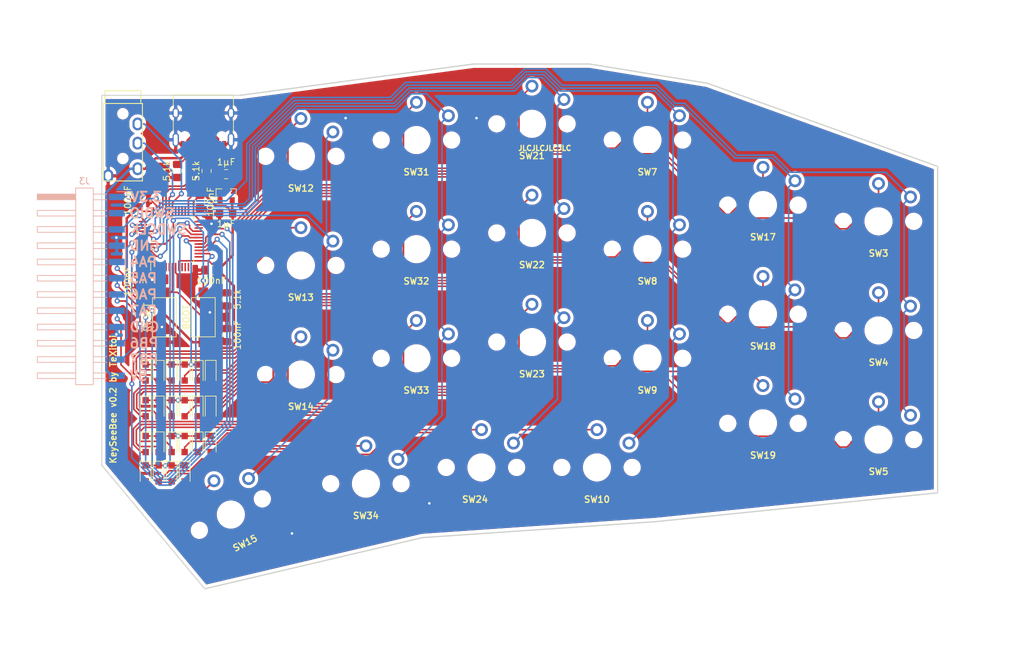
<source format=kicad_pcb>
(kicad_pcb (version 20171130) (host pcbnew 5.1.8)
  (layers (0 F.Cu signal) (31 B.Cu signal) (34 B.Paste user) (35 F.Paste user) (36 B.SilkS user) (37 F.SilkS user) (38 B.Mask user) (39 F.Mask user) (44 Edge.Cuts user))
  (net 0 "")
  (net 1 GND)
  (net 2 D+)
  (net 3 "Net-(J1-PadB5)")
  (net 4 D-)
  (net 5 "Net-(J1-PadA5)")
  (net 6 5V)
  (net 7 3.3V)
  (net 8 SWDIO)
  (net 9 SWDCLK)
  (net 10 PA4)
  (net 11 PA5)
  (net 12 PA6)
  (net 13 PA7)
  (net 14 PB6)
  (net 15 PB7)
  (net 16 TX)
  (net 17 RX)
  (net 18 COL4)
  (net 19 COL5)
  (net 20 COL2)
  (net 21 COL6)
  (net 22 COL3)
  (net 23 COL1)
  (net 24 "Net-(R1-Pad1)")
  (net 25 "Net-(C1-Pad2)")
  (net 26 ROW1)
  (net 27 ROW2)
  (net 28 ROW3)
  (net 29 ROW4)
  (net 30 "Net-(D26-Pad2)")
  (net 31 "Net-(D36-Pad2)")
  (net 32 "Net-(D35-Pad2)")
  (net 33 "Net-(D34-Pad2)")
  (net 34 "Net-(D33-Pad2)")
  (net 35 "Net-(D25-Pad2)")
  (net 36 "Net-(D24-Pad2)")
  (net 37 "Net-(D23-Pad2)")
  (net 38 "Net-(D21-Pad2)")
  (net 39 "Net-(D20-Pad2)")
  (net 40 "Net-(D19-Pad2)")
  (net 41 "Net-(D16-Pad2)")
  (net 42 "Net-(D14-Pad2)")
  (net 43 "Net-(D12-Pad2)")
  (net 44 "Net-(D11-Pad2)")
  (net 45 "Net-(D10-Pad2)")
  (net 46 "Net-(D15-Pad2)")
  (net 47 "Net-(D9-Pad2)")
  (net 48 "Net-(D7-Pad2)")
  (net 49 "Net-(D6-Pad2)")
  (net 50 "Net-(D5-Pad2)")
  (net 51 "Net-(D17-Pad2)")
  (module custom:choc-1 (layer F.Cu) (at 140.224 123.032)
    (fp_text reference SW24 (at -1 5 180) (layer F.SilkS) (effects (font (thickness 0.2))))
    (fp_text value SW_Push hide)
    (pad 2 thru_hole circle (at 5 -3.8) (size 2 2) (drill 1.2) (layers *.Cu *.Mask) (net 18 COL4))
    (pad 1 thru_hole circle (at 0 -5.9) (size 2 2) (drill 1.2) (layers *.Cu *.Mask) (net 30 "Net-(D26-Pad2)"))
    (pad "" np_thru_hole circle (at 5.5 0) (size 1.7 1.7) (drill 1.7) (layers *.Cu *.Mask))
    (pad "" np_thru_hole circle (at -5.5 0) (size 1.7 1.7) (drill 1.7) (layers *.Cu *.Mask))
    (pad "" np_thru_hole circle (at 0 0) (size 3.4 3.4) (drill 3.4) (layers *.Cu *.Mask))
  )
  (module custom:choc-1 (layer F.Cu) (at 166.164 88.932)
    (fp_text reference SW8 (at 0 5 180) (layer F.SilkS) (effects (font (thickness 0.2))))
    (fp_text value SW_Push hide)
    (pad 2 thru_hole circle (at 5 -3.8) (size 2 2) (drill 1.2) (layers *.Cu *.Mask) (net 22 COL3))
    (pad 1 thru_hole circle (at 0 -5.9) (size 2 2) (drill 1.2) (layers *.Cu *.Mask) (net 45 "Net-(D10-Pad2)"))
    (pad "" np_thru_hole circle (at 5.5 0) (size 1.7 1.7) (drill 1.7) (layers *.Cu *.Mask))
    (pad "" np_thru_hole circle (at -5.5 0) (size 1.7 1.7) (drill 1.7) (layers *.Cu *.Mask))
    (pad "" np_thru_hole circle (at 0 0) (size 3.4 3.4) (drill 3.4) (layers *.Cu *.Mask))
  )
  (module custom:choc-1 (layer F.Cu) (at 184.214 99.092)
    (fp_text reference SW18 (at 0 5 180) (layer F.SilkS) (effects (font (thickness 0.2))))
    (fp_text value SW_Push hide)
    (pad 2 thru_hole circle (at 5 -3.8) (size 2 2) (drill 1.2) (layers *.Cu *.Mask) (net 20 COL2))
    (pad 1 thru_hole circle (at 0 -5.9) (size 2 2) (drill 1.2) (layers *.Cu *.Mask) (net 39 "Net-(D20-Pad2)"))
    (pad "" np_thru_hole circle (at 5.5 0) (size 1.7 1.7) (drill 1.7) (layers *.Cu *.Mask))
    (pad "" np_thru_hole circle (at -5.5 0) (size 1.7 1.7) (drill 1.7) (layers *.Cu *.Mask))
    (pad "" np_thru_hole circle (at 0 0) (size 3.4 3.4) (drill 3.4) (layers *.Cu *.Mask))
  )
  (module custom:choc-1 (layer F.Cu) (at 130.064 88.932)
    (fp_text reference SW32 (at 0 5 180) (layer F.SilkS) (effects (font (thickness 0.2))))
    (fp_text value SW_Push hide)
    (pad 2 thru_hole circle (at 5 -3.8) (size 2 2) (drill 1.2) (layers *.Cu *.Mask) (net 19 COL5))
    (pad 1 thru_hole circle (at 0 -5.9) (size 2 2) (drill 1.2) (layers *.Cu *.Mask) (net 33 "Net-(D34-Pad2)"))
    (pad "" np_thru_hole circle (at 5.5 0) (size 1.7 1.7) (drill 1.7) (layers *.Cu *.Mask))
    (pad "" np_thru_hole circle (at -5.5 0) (size 1.7 1.7) (drill 1.7) (layers *.Cu *.Mask))
    (pad "" np_thru_hole circle (at 0 0) (size 3.4 3.4) (drill 3.4) (layers *.Cu *.Mask))
  )
  (module custom:choc-1 (layer F.Cu) (at 101.068 130.402 26.5)
    (fp_text reference SW15 (at 0 5 206.5) (layer F.SilkS) (effects (font (thickness 0.2))))
    (fp_text value SW_Push hide)
    (pad 2 thru_hole circle (at 5 -3.8 26.5) (size 2 2) (drill 1.2) (layers *.Cu *.Mask) (net 21 COL6))
    (pad 1 thru_hole circle (at 0 -5.9 26.5) (size 2 2) (drill 1.2) (layers *.Cu *.Mask) (net 51 "Net-(D17-Pad2)"))
    (pad "" np_thru_hole circle (at 5.5 0 26.5) (size 1.7 1.7) (drill 1.7) (layers *.Cu *.Mask))
    (pad "" np_thru_hole circle (at -5.5 0 26.5) (size 1.7 1.7) (drill 1.7) (layers *.Cu *.Mask))
    (pad "" np_thru_hole circle (at 0 0 26.5) (size 3.4 3.4) (drill 3.4) (layers *.Cu *.Mask))
  )
  (module custom:choc-1 (layer F.Cu) (at 122.174 125.572)
    (fp_text reference SW34 (at 0 5 180) (layer F.SilkS) (effects (font (thickness 0.2))))
    (fp_text value SW_Push hide)
    (pad 2 thru_hole circle (at 5 -3.8) (size 2 2) (drill 1.2) (layers *.Cu *.Mask) (net 19 COL5))
    (pad 1 thru_hole circle (at 0 -5.9) (size 2 2) (drill 1.2) (layers *.Cu *.Mask) (net 31 "Net-(D36-Pad2)"))
    (pad "" np_thru_hole circle (at 5.5 0) (size 1.7 1.7) (drill 1.7) (layers *.Cu *.Mask))
    (pad "" np_thru_hole circle (at -5.5 0) (size 1.7 1.7) (drill 1.7) (layers *.Cu *.Mask))
    (pad "" np_thru_hole circle (at 0 0) (size 3.4 3.4) (drill 3.4) (layers *.Cu *.Mask))
  )
  (module custom:choc-1 (layer F.Cu) (at 130.064 105.982)
    (fp_text reference SW33 (at 0 5 180) (layer F.SilkS) (effects (font (thickness 0.2))))
    (fp_text value SW_Push hide)
    (pad 2 thru_hole circle (at 5 -3.8) (size 2 2) (drill 1.2) (layers *.Cu *.Mask) (net 19 COL5))
    (pad 1 thru_hole circle (at 0 -5.9) (size 2 2) (drill 1.2) (layers *.Cu *.Mask) (net 32 "Net-(D35-Pad2)"))
    (pad "" np_thru_hole circle (at 5.5 0) (size 1.7 1.7) (drill 1.7) (layers *.Cu *.Mask))
    (pad "" np_thru_hole circle (at -5.5 0) (size 1.7 1.7) (drill 1.7) (layers *.Cu *.Mask))
    (pad "" np_thru_hole circle (at 0 0) (size 3.4 3.4) (drill 3.4) (layers *.Cu *.Mask))
  )
  (module custom:choc-1 (layer F.Cu) (at 130.064 71.882)
    (fp_text reference SW31 (at 0 5 180) (layer F.SilkS) (effects (font (thickness 0.2))))
    (fp_text value SW_Push hide)
    (pad 2 thru_hole circle (at 5 -3.8) (size 2 2) (drill 1.2) (layers *.Cu *.Mask) (net 19 COL5))
    (pad 1 thru_hole circle (at 0 -5.9) (size 2 2) (drill 1.2) (layers *.Cu *.Mask) (net 34 "Net-(D33-Pad2)"))
    (pad "" np_thru_hole circle (at 5.5 0) (size 1.7 1.7) (drill 1.7) (layers *.Cu *.Mask))
    (pad "" np_thru_hole circle (at -5.5 0) (size 1.7 1.7) (drill 1.7) (layers *.Cu *.Mask))
    (pad "" np_thru_hole circle (at 0 0) (size 3.4 3.4) (drill 3.4) (layers *.Cu *.Mask))
  )
  (module custom:choc-1 (layer F.Cu) (at 148.114 103.442)
    (fp_text reference SW23 (at 0 5 180) (layer F.SilkS) (effects (font (thickness 0.2))))
    (fp_text value SW_Push hide)
    (pad 2 thru_hole circle (at 5 -3.8) (size 2 2) (drill 1.2) (layers *.Cu *.Mask) (net 18 COL4))
    (pad 1 thru_hole circle (at 0 -5.9) (size 2 2) (drill 1.2) (layers *.Cu *.Mask) (net 35 "Net-(D25-Pad2)"))
    (pad "" np_thru_hole circle (at 5.5 0) (size 1.7 1.7) (drill 1.7) (layers *.Cu *.Mask))
    (pad "" np_thru_hole circle (at -5.5 0) (size 1.7 1.7) (drill 1.7) (layers *.Cu *.Mask))
    (pad "" np_thru_hole circle (at 0 0) (size 3.4 3.4) (drill 3.4) (layers *.Cu *.Mask))
  )
  (module custom:choc-1 (layer F.Cu) (at 148.114 86.392)
    (fp_text reference SW22 (at 0 5 180) (layer F.SilkS) (effects (font (thickness 0.2))))
    (fp_text value SW_Push hide)
    (pad 2 thru_hole circle (at 5 -3.8) (size 2 2) (drill 1.2) (layers *.Cu *.Mask) (net 18 COL4))
    (pad 1 thru_hole circle (at 0 -5.9) (size 2 2) (drill 1.2) (layers *.Cu *.Mask) (net 36 "Net-(D24-Pad2)"))
    (pad "" np_thru_hole circle (at 5.5 0) (size 1.7 1.7) (drill 1.7) (layers *.Cu *.Mask))
    (pad "" np_thru_hole circle (at -5.5 0) (size 1.7 1.7) (drill 1.7) (layers *.Cu *.Mask))
    (pad "" np_thru_hole circle (at 0 0) (size 3.4 3.4) (drill 3.4) (layers *.Cu *.Mask))
  )
  (module custom:choc-1 (layer F.Cu) (at 148.114 69.342)
    (fp_text reference SW21 (at 0 5 180) (layer F.SilkS) (effects (font (thickness 0.2))))
    (fp_text value SW_Push hide)
    (pad 2 thru_hole circle (at 5 -3.8) (size 2 2) (drill 1.2) (layers *.Cu *.Mask) (net 18 COL4))
    (pad 1 thru_hole circle (at 0 -5.9) (size 2 2) (drill 1.2) (layers *.Cu *.Mask) (net 37 "Net-(D23-Pad2)"))
    (pad "" np_thru_hole circle (at 5.5 0) (size 1.7 1.7) (drill 1.7) (layers *.Cu *.Mask))
    (pad "" np_thru_hole circle (at -5.5 0) (size 1.7 1.7) (drill 1.7) (layers *.Cu *.Mask))
    (pad "" np_thru_hole circle (at 0 0) (size 3.4 3.4) (drill 3.4) (layers *.Cu *.Mask))
  )
  (module custom:choc-1 (layer F.Cu) (at 184.214 116.142)
    (fp_text reference SW19 (at 0 5 180) (layer F.SilkS) (effects (font (thickness 0.2))))
    (fp_text value SW_Push hide)
    (pad 2 thru_hole circle (at 5 -3.8) (size 2 2) (drill 1.2) (layers *.Cu *.Mask) (net 20 COL2))
    (pad 1 thru_hole circle (at 0 -5.9) (size 2 2) (drill 1.2) (layers *.Cu *.Mask) (net 38 "Net-(D21-Pad2)"))
    (pad "" np_thru_hole circle (at 5.5 0) (size 1.7 1.7) (drill 1.7) (layers *.Cu *.Mask))
    (pad "" np_thru_hole circle (at -5.5 0) (size 1.7 1.7) (drill 1.7) (layers *.Cu *.Mask))
    (pad "" np_thru_hole circle (at 0 0) (size 3.4 3.4) (drill 3.4) (layers *.Cu *.Mask))
  )
  (module custom:choc-1 (layer F.Cu) (at 184.214 82.042)
    (fp_text reference SW17 (at 0 5 180) (layer F.SilkS) (effects (font (thickness 0.2))))
    (fp_text value SW_Push hide)
    (pad 2 thru_hole circle (at 5 -3.8) (size 2 2) (drill 1.2) (layers *.Cu *.Mask) (net 20 COL2))
    (pad 1 thru_hole circle (at 0 -5.9) (size 2 2) (drill 1.2) (layers *.Cu *.Mask) (net 40 "Net-(D19-Pad2)"))
    (pad "" np_thru_hole circle (at 5.5 0) (size 1.7 1.7) (drill 1.7) (layers *.Cu *.Mask))
    (pad "" np_thru_hole circle (at -5.5 0) (size 1.7 1.7) (drill 1.7) (layers *.Cu *.Mask))
    (pad "" np_thru_hole circle (at 0 0) (size 3.4 3.4) (drill 3.4) (layers *.Cu *.Mask))
  )
  (module custom:choc-1 (layer F.Cu) (at 112.014 108.522)
    (fp_text reference SW14 (at 0 5 180) (layer F.SilkS) (effects (font (thickness 0.2))))
    (fp_text value SW_Push hide)
    (pad 2 thru_hole circle (at 5 -3.8) (size 2 2) (drill 1.2) (layers *.Cu *.Mask) (net 21 COL6))
    (pad 1 thru_hole circle (at 0 -5.9) (size 2 2) (drill 1.2) (layers *.Cu *.Mask) (net 41 "Net-(D16-Pad2)"))
    (pad "" np_thru_hole circle (at 5.5 0) (size 1.7 1.7) (drill 1.7) (layers *.Cu *.Mask))
    (pad "" np_thru_hole circle (at -5.5 0) (size 1.7 1.7) (drill 1.7) (layers *.Cu *.Mask))
    (pad "" np_thru_hole circle (at 0 0) (size 3.4 3.4) (drill 3.4) (layers *.Cu *.Mask))
  )
  (module custom:choc-1 (layer F.Cu) (at 112.014 91.472)
    (fp_text reference SW13 (at 0 5 180) (layer F.SilkS) (effects (font (thickness 0.2))))
    (fp_text value SW_Push hide)
    (pad 2 thru_hole circle (at 5 -3.8) (size 2 2) (drill 1.2) (layers *.Cu *.Mask) (net 21 COL6))
    (pad 1 thru_hole circle (at 0 -5.9) (size 2 2) (drill 1.2) (layers *.Cu *.Mask) (net 46 "Net-(D15-Pad2)"))
    (pad "" np_thru_hole circle (at 5.5 0) (size 1.7 1.7) (drill 1.7) (layers *.Cu *.Mask))
    (pad "" np_thru_hole circle (at -5.5 0) (size 1.7 1.7) (drill 1.7) (layers *.Cu *.Mask))
    (pad "" np_thru_hole circle (at 0 0) (size 3.4 3.4) (drill 3.4) (layers *.Cu *.Mask))
  )
  (module custom:choc-1 (layer F.Cu) (at 112.014 74.422)
    (fp_text reference SW12 (at 0 5 180) (layer F.SilkS) (effects (font (thickness 0.2))))
    (fp_text value SW_Push hide)
    (pad 2 thru_hole circle (at 5 -3.8) (size 2 2) (drill 1.2) (layers *.Cu *.Mask) (net 21 COL6))
    (pad 1 thru_hole circle (at 0 -5.9) (size 2 2) (drill 1.2) (layers *.Cu *.Mask) (net 42 "Net-(D14-Pad2)"))
    (pad "" np_thru_hole circle (at 5.5 0) (size 1.7 1.7) (drill 1.7) (layers *.Cu *.Mask))
    (pad "" np_thru_hole circle (at -5.5 0) (size 1.7 1.7) (drill 1.7) (layers *.Cu *.Mask))
    (pad "" np_thru_hole circle (at 0 0) (size 3.4 3.4) (drill 3.4) (layers *.Cu *.Mask))
  )
  (module custom:choc-1 (layer F.Cu) (at 158.274 123.032)
    (fp_text reference SW10 (at 0 5 180) (layer F.SilkS) (effects (font (thickness 0.2))))
    (fp_text value SW_Push hide)
    (pad 2 thru_hole circle (at 5 -3.8) (size 2 2) (drill 1.2) (layers *.Cu *.Mask) (net 22 COL3))
    (pad 1 thru_hole circle (at 0 -5.9) (size 2 2) (drill 1.2) (layers *.Cu *.Mask) (net 43 "Net-(D12-Pad2)"))
    (pad "" np_thru_hole circle (at 5.5 0) (size 1.7 1.7) (drill 1.7) (layers *.Cu *.Mask))
    (pad "" np_thru_hole circle (at -5.5 0) (size 1.7 1.7) (drill 1.7) (layers *.Cu *.Mask))
    (pad "" np_thru_hole circle (at 0 0) (size 3.4 3.4) (drill 3.4) (layers *.Cu *.Mask))
  )
  (module custom:choc-1 (layer F.Cu) (at 166.164 105.982)
    (fp_text reference SW9 (at 0 5 180) (layer F.SilkS) (effects (font (thickness 0.2))))
    (fp_text value SW_Push hide)
    (pad 2 thru_hole circle (at 5 -3.8) (size 2 2) (drill 1.2) (layers *.Cu *.Mask) (net 22 COL3))
    (pad 1 thru_hole circle (at 0 -5.9) (size 2 2) (drill 1.2) (layers *.Cu *.Mask) (net 44 "Net-(D11-Pad2)"))
    (pad "" np_thru_hole circle (at 5.5 0) (size 1.7 1.7) (drill 1.7) (layers *.Cu *.Mask))
    (pad "" np_thru_hole circle (at -5.5 0) (size 1.7 1.7) (drill 1.7) (layers *.Cu *.Mask))
    (pad "" np_thru_hole circle (at 0 0) (size 3.4 3.4) (drill 3.4) (layers *.Cu *.Mask))
  )
  (module custom:choc-1 (layer F.Cu) (at 166.164 71.882)
    (fp_text reference SW7 (at 0 5 180) (layer F.SilkS) (effects (font (thickness 0.2))))
    (fp_text value SW_Push hide)
    (pad 2 thru_hole circle (at 5 -3.8) (size 2 2) (drill 1.2) (layers *.Cu *.Mask) (net 22 COL3))
    (pad 1 thru_hole circle (at 0 -5.9) (size 2 2) (drill 1.2) (layers *.Cu *.Mask) (net 47 "Net-(D9-Pad2)"))
    (pad "" np_thru_hole circle (at 5.5 0) (size 1.7 1.7) (drill 1.7) (layers *.Cu *.Mask))
    (pad "" np_thru_hole circle (at -5.5 0) (size 1.7 1.7) (drill 1.7) (layers *.Cu *.Mask))
    (pad "" np_thru_hole circle (at 0 0) (size 3.4 3.4) (drill 3.4) (layers *.Cu *.Mask))
  )
  (module custom:choc-1 (layer F.Cu) (at 202.264 118.682)
    (fp_text reference SW5 (at 0 5 180) (layer F.SilkS) (effects (font (thickness 0.2))))
    (fp_text value SW_Push hide)
    (pad 2 thru_hole circle (at 5 -3.8) (size 2 2) (drill 1.2) (layers *.Cu *.Mask) (net 23 COL1))
    (pad 1 thru_hole circle (at 0 -5.9) (size 2 2) (drill 1.2) (layers *.Cu *.Mask) (net 48 "Net-(D7-Pad2)"))
    (pad "" np_thru_hole circle (at 5.5 0) (size 1.7 1.7) (drill 1.7) (layers *.Cu *.Mask))
    (pad "" np_thru_hole circle (at -5.5 0) (size 1.7 1.7) (drill 1.7) (layers *.Cu *.Mask))
    (pad "" np_thru_hole circle (at 0 0) (size 3.4 3.4) (drill 3.4) (layers *.Cu *.Mask))
  )
  (module custom:choc-1 (layer F.Cu) (at 202.264 101.632)
    (fp_text reference SW4 (at 0 5 180) (layer F.SilkS) (effects (font (thickness 0.2))))
    (fp_text value SW_Push hide)
    (pad 2 thru_hole circle (at 5 -3.8) (size 2 2) (drill 1.2) (layers *.Cu *.Mask) (net 23 COL1))
    (pad 1 thru_hole circle (at 0 -5.9) (size 2 2) (drill 1.2) (layers *.Cu *.Mask) (net 49 "Net-(D6-Pad2)"))
    (pad "" np_thru_hole circle (at 5.5 0) (size 1.7 1.7) (drill 1.7) (layers *.Cu *.Mask))
    (pad "" np_thru_hole circle (at -5.5 0) (size 1.7 1.7) (drill 1.7) (layers *.Cu *.Mask))
    (pad "" np_thru_hole circle (at 0 0) (size 3.4 3.4) (drill 3.4) (layers *.Cu *.Mask))
  )
  (module custom:choc-1 (layer F.Cu) (at 202.264 84.582)
    (fp_text reference SW3 (at 0 5 180) (layer F.SilkS) (effects (font (thickness 0.2))))
    (fp_text value SW_Push hide)
    (pad 2 thru_hole circle (at 5 -3.8) (size 2 2) (drill 1.2) (layers *.Cu *.Mask) (net 23 COL1))
    (pad 1 thru_hole circle (at 0 -5.9) (size 2 2) (drill 1.2) (layers *.Cu *.Mask) (net 50 "Net-(D5-Pad2)"))
    (pad "" np_thru_hole circle (at 5.5 0) (size 1.7 1.7) (drill 1.7) (layers *.Cu *.Mask))
    (pad "" np_thru_hole circle (at -5.5 0) (size 1.7 1.7) (drill 1.7) (layers *.Cu *.Mask))
    (pad "" np_thru_hole circle (at 0 0) (size 3.4 3.4) (drill 3.4) (layers *.Cu *.Mask))
  )
  (module Button_Switch_SMD:SW_SPST_CK_RS282G05A3 (layer F.Cu) (at 90.678 99.568 90)
    (fp_text reference SW2 hide)
    (fp_text value RESET (at 0 -2.667 90) (layer F.SilkS))
    (pad 2 smd rect (at 3.9 0 90) (size 1.5 1.5) (layers F.Cu F.Paste F.Mask) (net 25 "Net-(C1-Pad2)"))
    (pad 1 smd rect (at -3.9 0 90) (size 1.5 1.5) (layers F.Cu F.Paste F.Mask) (net 1 GND))
  )
  (module Button_Switch_SMD:SW_SPST_CK_RS282G05A3 (layer F.Cu) (at 96.774 99.568 270)
    (fp_text reference SW1 hide)
    (fp_text value BOOT (at 0 2.667 270) (layer F.SilkS))
    (pad 1 smd rect (at -3.9 0 270) (size 1.5 1.5) (layers F.Cu F.Paste F.Mask) (net 24 "Net-(R1-Pad1)"))
    (pad 2 smd rect (at 3.9 0 270) (size 1.5 1.5) (layers F.Cu F.Paste F.Mask) (net 7 3.3V))
  )
  (module Capacitor_SMD:C_0805_2012Metric_Pad1.15x1.40mm_HandSolder (layer F.Cu) (at 100.457 102.362 270)
    (fp_text reference C1 hide)
    (fp_text value 100nF (at 0 -1.651 270) (layer F.SilkS))
    (pad 1 smd roundrect (at -1.025 0 270) (size 1.15 1.4) (layers F.Cu F.Paste F.Mask) (roundrect_rratio 0.217391) (net 1 GND))
    (pad 2 smd roundrect (at 1.025 0 270) (size 1.15 1.4) (layers F.Cu F.Paste F.Mask) (roundrect_rratio 0.217391) (net 25 "Net-(C1-Pad2)"))
  )
  (module Capacitor_SMD:C_0805_2012Metric_Pad1.15x1.40mm_HandSolder (layer F.Cu) (at 86.614 81.28 270)
    (fp_text reference C2 hide)
    (fp_text value 100nF (at 0 1.65 270) (layer F.SilkS))
    (pad 2 smd roundrect (at 1.025 0 270) (size 1.15 1.4) (layers F.Cu F.Paste F.Mask) (roundrect_rratio 0.217391) (net 7 3.3V))
    (pad 1 smd roundrect (at -1.025 0 270) (size 1.15 1.4) (layers F.Cu F.Paste F.Mask) (roundrect_rratio 0.217391) (net 1 GND))
  )
  (module Capacitor_SMD:C_0805_2012Metric_Pad1.15x1.40mm_HandSolder (layer F.Cu) (at 96.266 81.534 90)
    (fp_text reference C3 hide)
    (fp_text value 100nF (at 0 1.651 90) (layer F.SilkS))
    (pad 1 smd roundrect (at -1.025 0 90) (size 1.15 1.4) (layers F.Cu F.Paste F.Mask) (roundrect_rratio 0.217391) (net 1 GND))
    (pad 2 smd roundrect (at 1.025 0 90) (size 1.15 1.4) (layers F.Cu F.Paste F.Mask) (roundrect_rratio 0.217391) (net 7 3.3V))
  )
  (module Capacitor_SMD:C_0805_2012Metric_Pad1.15x1.40mm_HandSolder (layer F.Cu) (at 98.044 92.202)
    (fp_text reference C4 hide)
    (fp_text value 100nF (at 0 1.65) (layer F.SilkS))
    (pad 2 smd roundrect (at 1.025 0) (size 1.15 1.4) (layers F.Cu F.Paste F.Mask) (roundrect_rratio 0.217391) (net 7 3.3V))
    (pad 1 smd roundrect (at -1.025 0) (size 1.15 1.4) (layers F.Cu F.Paste F.Mask) (roundrect_rratio 0.217391) (net 1 GND))
  )
  (module Capacitor_SMD:C_0805_2012Metric_Pad1.15x1.40mm_HandSolder (layer F.Cu) (at 86.614 93.98 270)
    (fp_text reference C5 hide)
    (fp_text value 100nF (at 0 1.65 270) (layer F.SilkS))
    (pad 1 smd roundrect (at -1.025 0 270) (size 1.15 1.4) (layers F.Cu F.Paste F.Mask) (roundrect_rratio 0.217391) (net 1 GND))
    (pad 2 smd roundrect (at 1.025 0 270) (size 1.15 1.4) (layers F.Cu F.Paste F.Mask) (roundrect_rratio 0.217391) (net 7 3.3V))
  )
  (module Capacitor_SMD:C_0805_2012Metric_Pad1.15x1.40mm_HandSolder (layer F.Cu) (at 100.33 83.312)
    (fp_text reference C6 hide)
    (fp_text value 1µF (at 0 1.65) (layer F.SilkS))
    (pad 2 smd roundrect (at 1.025 0) (size 1.15 1.4) (layers F.Cu F.Paste F.Mask) (roundrect_rratio 0.217391) (net 7 3.3V))
    (pad 1 smd roundrect (at -1.025 0) (size 1.15 1.4) (layers F.Cu F.Paste F.Mask) (roundrect_rratio 0.217391) (net 1 GND))
  )
  (module Capacitor_SMD:C_0805_2012Metric_Pad1.15x1.40mm_HandSolder (layer F.Cu) (at 100.33 77.216)
    (fp_text reference C7 hide)
    (fp_text value 1µF (at 0 -1.905) (layer F.SilkS))
    (pad 1 smd roundrect (at -1.025 0) (size 1.15 1.4) (layers F.Cu F.Paste F.Mask) (roundrect_rratio 0.217391) (net 1 GND))
    (pad 2 smd roundrect (at 1.025 0) (size 1.15 1.4) (layers F.Cu F.Paste F.Mask) (roundrect_rratio 0.217391) (net 6 5V))
  )
  (module Diode_SMD:D_SOD-323_HandSoldering (layer F.Cu) (at 87.757 123.968 270)
    (fp_text reference D17 hide)
    (fp_text value D4.6)
    (pad 2 smd rect (at 1.25 0 270) (size 1 1) (layers F.Cu F.Paste F.Mask) (net 51 "Net-(D17-Pad2)"))
    (pad 1 smd rect (at -1.25 0 270) (size 1 1) (layers F.Cu F.Paste F.Mask) (net 29 ROW4))
  )
  (module Diode_SMD:D_SOD-323_HandSoldering (layer F.Cu) (at 87.757 113.792 270)
    (fp_text reference D15 hide)
    (fp_text value D2.6)
    (pad 1 smd rect (at -1.25 0 270) (size 1 1) (layers F.Cu F.Paste F.Mask) (net 27 ROW2))
    (pad 2 smd rect (at 1.25 0 270) (size 1 1) (layers F.Cu F.Paste F.Mask) (net 46 "Net-(D15-Pad2)"))
  )
  (module Diode_SMD:D_SOD-323_HandSoldering (layer F.Cu) (at 87.757 108.204 270)
    (fp_text reference D14 hide)
    (fp_text value D1.6)
    (pad 2 smd rect (at 1.25 0 270) (size 1 1) (layers F.Cu F.Paste F.Mask) (net 42 "Net-(D14-Pad2)"))
    (pad 1 smd rect (at -1.25 0 270) (size 1 1) (layers F.Cu F.Paste F.Mask) (net 26 ROW1))
  )
  (module Diode_SMD:D_SOD-323_HandSoldering (layer F.Cu) (at 93.853 123.968 270)
    (fp_text reference D12 hide)
    (fp_text value D4.3)
    (pad 1 smd rect (at -1.25 0 270) (size 1 1) (layers F.Cu F.Paste F.Mask) (net 29 ROW4))
    (pad 2 smd rect (at 1.25 0 270) (size 1 1) (layers F.Cu F.Paste F.Mask) (net 43 "Net-(D12-Pad2)"))
  )
  (module Diode_SMD:D_SOD-323_HandSoldering (layer F.Cu) (at 93.853 119.38 270)
    (fp_text reference D11 hide)
    (fp_text value D3.3)
    (pad 2 smd rect (at 1.25 0 270) (size 1 1) (layers F.Cu F.Paste F.Mask) (net 44 "Net-(D11-Pad2)"))
    (pad 1 smd rect (at -1.25 0 270) (size 1 1) (layers F.Cu F.Paste F.Mask) (net 28 ROW3))
  )
  (module Diode_SMD:D_SOD-323_HandSoldering (layer F.Cu) (at 93.853 113.792 270)
    (fp_text reference D10 hide)
    (fp_text value D2.3)
    (pad 1 smd rect (at -1.25 0 270) (size 1 1) (layers F.Cu F.Paste F.Mask) (net 27 ROW2))
    (pad 2 smd rect (at 1.25 0 270) (size 1 1) (layers F.Cu F.Paste F.Mask) (net 45 "Net-(D10-Pad2)"))
  )
  (module Diode_SMD:D_SOD-323_HandSoldering (layer F.Cu) (at 93.853 108.204 270)
    (fp_text reference D9 hide)
    (fp_text value D1.3)
    (pad 2 smd rect (at 1.25 0 270) (size 1 1) (layers F.Cu F.Paste F.Mask) (net 47 "Net-(D9-Pad2)"))
    (pad 1 smd rect (at -1.25 0 270) (size 1 1) (layers F.Cu F.Paste F.Mask) (net 26 ROW1))
  )
  (module Diode_SMD:D_SOD-323_HandSoldering (layer F.Cu) (at 97.917 119.38 270)
    (fp_text reference D7 hide)
    (fp_text value D3.1)
    (pad 1 smd rect (at -1.25 0 270) (size 1 1) (layers F.Cu F.Paste F.Mask) (net 28 ROW3))
    (pad 2 smd rect (at 1.25 0 270) (size 1 1) (layers F.Cu F.Paste F.Mask) (net 48 "Net-(D7-Pad2)"))
  )
  (module Diode_SMD:D_SOD-323_HandSoldering (layer F.Cu) (at 97.917 113.792 270)
    (fp_text reference D6 hide)
    (fp_text value D2.1)
    (pad 2 smd rect (at 1.25 0 270) (size 1 1) (layers F.Cu F.Paste F.Mask) (net 49 "Net-(D6-Pad2)"))
    (pad 1 smd rect (at -1.25 0 270) (size 1 1) (layers F.Cu F.Paste F.Mask) (net 27 ROW2))
  )
  (module Diode_SMD:D_SOD-323_HandSoldering (layer F.Cu) (at 97.917 108.204 270)
    (fp_text reference D5 hide)
    (fp_text value D1.1)
    (pad 1 smd rect (at -1.25 0 270) (size 1 1) (layers F.Cu F.Paste F.Mask) (net 26 ROW1))
    (pad 2 smd rect (at 1.25 0 270) (size 1 1) (layers F.Cu F.Paste F.Mask) (net 50 "Net-(D5-Pad2)"))
  )
  (module Diode_SMD:D_SOD-323_HandSoldering (layer F.Cu) (at 87.757 119.38 270)
    (fp_text reference D16 hide)
    (fp_text value D3.6)
    (pad 2 smd rect (at 1.25 0 270) (size 1 1) (layers F.Cu F.Paste F.Mask) (net 41 "Net-(D16-Pad2)"))
    (pad 1 smd rect (at -1.25 0 270) (size 1 1) (layers F.Cu F.Paste F.Mask) (net 28 ROW3))
  )
  (module Diode_SMD:D_SOD-323_HandSoldering (layer F.Cu) (at 95.885 113.792 270)
    (fp_text reference D20 hide)
    (fp_text value D2.2)
    (pad 1 smd rect (at -1.25 0 270) (size 1 1) (layers F.Cu F.Paste F.Mask) (net 27 ROW2))
    (pad 2 smd rect (at 1.25 0 270) (size 1 1) (layers F.Cu F.Paste F.Mask) (net 39 "Net-(D20-Pad2)"))
  )
  (module Diode_SMD:D_SOD-323_HandSoldering (layer F.Cu) (at 89.789 123.968 270)
    (fp_text reference D36 hide)
    (fp_text value D4.5)
    (pad 2 smd rect (at 1.25 0 270) (size 1 1) (layers F.Cu F.Paste F.Mask) (net 31 "Net-(D36-Pad2)"))
    (pad 1 smd rect (at -1.25 0 270) (size 1 1) (layers F.Cu F.Paste F.Mask) (net 29 ROW4))
  )
  (module Diode_SMD:D_SOD-323_HandSoldering (layer F.Cu) (at 89.789 113.792 270)
    (fp_text reference D34 hide)
    (fp_text value D2.5)
    (pad 1 smd rect (at -1.25 0 270) (size 1 1) (layers F.Cu F.Paste F.Mask) (net 27 ROW2))
    (pad 2 smd rect (at 1.25 0 270) (size 1 1) (layers F.Cu F.Paste F.Mask) (net 33 "Net-(D34-Pad2)"))
  )
  (module Diode_SMD:D_SOD-323_HandSoldering (layer F.Cu) (at 89.789 108.204 270)
    (fp_text reference D33 hide)
    (fp_text value D1.5)
    (pad 2 smd rect (at 1.25 0 270) (size 1 1) (layers F.Cu F.Paste F.Mask) (net 34 "Net-(D33-Pad2)"))
    (pad 1 smd rect (at -1.25 0 270) (size 1 1) (layers F.Cu F.Paste F.Mask) (net 26 ROW1))
  )
  (module Diode_SMD:D_SOD-323_HandSoldering (layer F.Cu) (at 91.821 123.968 270)
    (fp_text reference D26 hide)
    (fp_text value D4.4)
    (pad 1 smd rect (at -1.25 0 270) (size 1 1) (layers F.Cu F.Paste F.Mask) (net 29 ROW4))
    (pad 2 smd rect (at 1.25 0 270) (size 1 1) (layers F.Cu F.Paste F.Mask) (net 30 "Net-(D26-Pad2)"))
  )
  (module Diode_SMD:D_SOD-323_HandSoldering (layer F.Cu) (at 91.821 119.38 270)
    (fp_text reference D25 hide)
    (fp_text value D3.4)
    (pad 2 smd rect (at 1.25 0 270) (size 1 1) (layers F.Cu F.Paste F.Mask) (net 35 "Net-(D25-Pad2)"))
    (pad 1 smd rect (at -1.25 0 270) (size 1 1) (layers F.Cu F.Paste F.Mask) (net 28 ROW3))
  )
  (module Diode_SMD:D_SOD-323_HandSoldering (layer F.Cu) (at 91.821 113.792 270)
    (fp_text reference D24 hide)
    (fp_text value D2.4)
    (pad 1 smd rect (at -1.25 0 270) (size 1 1) (layers F.Cu F.Paste F.Mask) (net 27 ROW2))
    (pad 2 smd rect (at 1.25 0 270) (size 1 1) (layers F.Cu F.Paste F.Mask) (net 36 "Net-(D24-Pad2)"))
  )
  (module Diode_SMD:D_SOD-323_HandSoldering (layer F.Cu) (at 91.821 108.204 270)
    (fp_text reference D23 hide)
    (fp_text value D1.4)
    (pad 2 smd rect (at 1.25 0 270) (size 1 1) (layers F.Cu F.Paste F.Mask) (net 37 "Net-(D23-Pad2)"))
    (pad 1 smd rect (at -1.25 0 270) (size 1 1) (layers F.Cu F.Paste F.Mask) (net 26 ROW1))
  )
  (module Diode_SMD:D_SOD-323_HandSoldering (layer F.Cu) (at 95.885 119.38 270)
    (fp_text reference D21 hide)
    (fp_text value D3.2)
    (pad 1 smd rect (at -1.25 0 270) (size 1 1) (layers F.Cu F.Paste F.Mask) (net 28 ROW3))
    (pad 2 smd rect (at 1.25 0 270) (size 1 1) (layers F.Cu F.Paste F.Mask) (net 38 "Net-(D21-Pad2)"))
  )
  (module Diode_SMD:D_SOD-323_HandSoldering (layer F.Cu) (at 95.885 108.204 270)
    (fp_text reference D19 hide)
    (fp_text value D1.2)
    (pad 2 smd rect (at 1.25 0 270) (size 1 1) (layers F.Cu F.Paste F.Mask) (net 40 "Net-(D19-Pad2)"))
    (pad 1 smd rect (at -1.25 0 270) (size 1 1) (layers F.Cu F.Paste F.Mask) (net 26 ROW1))
  )
  (module Diode_SMD:D_SOD-323_HandSoldering (layer F.Cu) (at 89.789 119.38 270)
    (fp_text reference D35 hide)
    (fp_text value D3.5)
    (pad 1 smd rect (at -1.25 0 270) (size 1 1) (layers F.Cu F.Paste F.Mask) (net 28 ROW3))
    (pad 2 smd rect (at 1.25 0 270) (size 1 1) (layers F.Cu F.Paste F.Mask) (net 32 "Net-(D35-Pad2)"))
  )
  (module Package_QFP:LQFP-48_7x7mm_P0.5mm (layer F.Cu) (at 91.694 87.376 90)
    (fp_text reference U1 hide)
    (fp_text value STM32)
    (pad 1 smd rect (at -4.35 -2.75 90) (size 1.3 0.25) (layers F.Cu F.Paste F.Mask))
    (pad 2 smd rect (at -4.35 -2.25 90) (size 1.3 0.25) (layers F.Cu F.Paste F.Mask))
    (pad 3 smd rect (at -4.35 -1.75 90) (size 1.3 0.25) (layers F.Cu F.Paste F.Mask))
    (pad 4 smd rect (at -4.35 -1.25 90) (size 1.3 0.25) (layers F.Cu F.Paste F.Mask))
    (pad 5 smd rect (at -4.35 -0.75 90) (size 1.3 0.25) (layers F.Cu F.Paste F.Mask))
    (pad 6 smd rect (at -4.35 -0.25 90) (size 1.3 0.25) (layers F.Cu F.Paste F.Mask))
    (pad 7 smd rect (at -4.35 0.25 90) (size 1.3 0.25) (layers F.Cu F.Paste F.Mask) (net 25 "Net-(C1-Pad2)"))
    (pad 8 smd rect (at -4.35 0.75 90) (size 1.3 0.25) (layers F.Cu F.Paste F.Mask) (net 1 GND))
    (pad 9 smd rect (at -4.35 1.25 90) (size 1.3 0.25) (layers F.Cu F.Paste F.Mask) (net 7 3.3V))
    (pad 10 smd rect (at -4.35 1.75 90) (size 1.3 0.25) (layers F.Cu F.Paste F.Mask))
    (pad 11 smd rect (at -4.35 2.25 90) (size 1.3 0.25) (layers F.Cu F.Paste F.Mask))
    (pad 12 smd rect (at -4.35 2.75 90) (size 1.3 0.25) (layers F.Cu F.Paste F.Mask))
    (pad 13 smd rect (at -2.75 4.35 180) (size 1.3 0.25) (layers F.Cu F.Paste F.Mask))
    (pad 14 smd rect (at -2.25 4.35 180) (size 1.3 0.25) (layers F.Cu F.Paste F.Mask) (net 10 PA4))
    (pad 15 smd rect (at -1.75 4.35 180) (size 1.3 0.25) (layers F.Cu F.Paste F.Mask) (net 11 PA5))
    (pad 16 smd rect (at -1.25 4.35 180) (size 1.3 0.25) (layers F.Cu F.Paste F.Mask) (net 12 PA6))
    (pad 17 smd rect (at -0.75 4.35 180) (size 1.3 0.25) (layers F.Cu F.Paste F.Mask) (net 13 PA7))
    (pad 18 smd rect (at -0.25 4.35 180) (size 1.3 0.25) (layers F.Cu F.Paste F.Mask) (net 26 ROW1))
    (pad 19 smd rect (at 0.25 4.35 180) (size 1.3 0.25) (layers F.Cu F.Paste F.Mask) (net 27 ROW2))
    (pad 20 smd rect (at 0.75 4.35 180) (size 1.3 0.25) (layers F.Cu F.Paste F.Mask) (net 28 ROW3))
    (pad 21 smd rect (at 1.25 4.35 180) (size 1.3 0.25) (layers F.Cu F.Paste F.Mask) (net 29 ROW4))
    (pad 22 smd rect (at 1.75 4.35 180) (size 1.3 0.25) (layers F.Cu F.Paste F.Mask))
    (pad 23 smd rect (at 2.25 4.35 180) (size 1.3 0.25) (layers F.Cu F.Paste F.Mask) (net 1 GND))
    (pad 24 smd rect (at 2.75 4.35 180) (size 1.3 0.25) (layers F.Cu F.Paste F.Mask) (net 7 3.3V))
    (pad 25 smd rect (at 4.35 2.75 90) (size 1.3 0.25) (layers F.Cu F.Paste F.Mask) (net 7 3.3V))
    (pad 26 smd rect (at 4.35 2.25 90) (size 1.3 0.25) (layers F.Cu F.Paste F.Mask))
    (pad 27 smd rect (at 4.35 1.75 90) (size 1.3 0.25) (layers F.Cu F.Paste F.Mask))
    (pad 28 smd rect (at 4.35 1.25 90) (size 1.3 0.25) (layers F.Cu F.Paste F.Mask))
    (pad 29 smd rect (at 4.35 0.75 90) (size 1.3 0.25) (layers F.Cu F.Paste F.Mask))
    (pad 30 smd rect (at 4.35 0.25 90) (size 1.3 0.25) (layers F.Cu F.Paste F.Mask) (net 16 TX))
    (pad 31 smd rect (at 4.35 -0.25 90) (size 1.3 0.25) (layers F.Cu F.Paste F.Mask) (net 17 RX))
    (pad 32 smd rect (at 4.35 -0.75 90) (size 1.3 0.25) (layers F.Cu F.Paste F.Mask) (net 4 D-))
    (pad 33 smd rect (at 4.35 -1.25 90) (size 1.3 0.25) (layers F.Cu F.Paste F.Mask) (net 2 D+))
    (pad 34 smd rect (at 4.35 -1.75 90) (size 1.3 0.25) (layers F.Cu F.Paste F.Mask) (net 8 SWDIO))
    (pad 35 smd rect (at 4.35 -2.25 90) (size 1.3 0.25) (layers F.Cu F.Paste F.Mask) (net 1 GND))
    (pad 36 smd rect (at 4.35 -2.75 90) (size 1.3 0.25) (layers F.Cu F.Paste F.Mask) (net 7 3.3V))
    (pad 37 smd rect (at 2.75 -4.35 180) (size 1.3 0.25) (layers F.Cu F.Paste F.Mask) (net 9 SWDCLK))
    (pad 38 smd rect (at 2.25 -4.35 180) (size 1.3 0.25) (layers F.Cu F.Paste F.Mask) (net 23 COL1))
    (pad 39 smd rect (at 1.75 -4.35 180) (size 1.3 0.25) (layers F.Cu F.Paste F.Mask) (net 20 COL2))
    (pad 40 smd rect (at 1.25 -4.35 180) (size 1.3 0.25) (layers F.Cu F.Paste F.Mask) (net 22 COL3))
    (pad 41 smd rect (at 0.75 -4.35 180) (size 1.3 0.25) (layers F.Cu F.Paste F.Mask) (net 18 COL4))
    (pad 42 smd rect (at 0.25 -4.35 180) (size 1.3 0.25) (layers F.Cu F.Paste F.Mask) (net 14 PB6))
    (pad 43 smd rect (at -0.25 -4.35 180) (size 1.3 0.25) (layers F.Cu F.Paste F.Mask) (net 15 PB7))
    (pad 44 smd rect (at -0.75 -4.35 180) (size 1.3 0.25) (layers F.Cu F.Paste F.Mask) (net 24 "Net-(R1-Pad1)"))
    (pad 45 smd rect (at -1.25 -4.35 180) (size 1.3 0.25) (layers F.Cu F.Paste F.Mask) (net 19 COL5))
    (pad 46 smd rect (at -1.75 -4.35 180) (size 1.3 0.25) (layers F.Cu F.Paste F.Mask) (net 21 COL6))
    (pad 47 smd rect (at -2.25 -4.35 180) (size 1.3 0.25) (layers F.Cu F.Paste F.Mask) (net 1 GND))
    (pad 48 smd rect (at -2.75 -4.35 180) (size 1.3 0.25) (layers F.Cu F.Paste F.Mask) (net 7 3.3V))
  )
  (module Package_TO_SOT_SMD:SOT-23 (layer F.Cu) (at 100.33 80.264 90)
    (fp_text reference U2 hide)
    (fp_text value LDO)
    (pad 1 smd rect (at -1 -0.95 90) (size 0.9 0.8) (layers F.Cu F.Paste F.Mask) (net 1 GND))
    (pad 2 smd rect (at -1 0.95 90) (size 0.9 0.8) (layers F.Cu F.Paste F.Mask) (net 7 3.3V))
    (pad 3 smd rect (at 1 0 90) (size 0.9 0.8) (layers F.Cu F.Paste F.Mask) (net 6 5V))
  )
  (module Resistor_SMD:R_0805_2012Metric_Pad1.15x1.40mm_HandSolder (layer F.Cu) (at 97.282 76.708 270)
    (fp_text reference R7 hide)
    (fp_text value 5.1k (at 0 1.65 270) (layer F.SilkS))
    (pad 1 smd roundrect (at -1.025 0 270) (size 1.15 1.4) (layers F.Cu F.Paste F.Mask) (roundrect_rratio 0.217391) (net 5 "Net-(J1-PadA5)"))
    (pad 2 smd roundrect (at 1.025 0 270) (size 1.15 1.4) (layers F.Cu F.Paste F.Mask) (roundrect_rratio 0.217391) (net 1 GND))
  )
  (module Resistor_SMD:R_0805_2012Metric_Pad1.15x1.40mm_HandSolder (layer F.Cu) (at 92.71 76.708 270)
    (fp_text reference R6 hide)
    (fp_text value 5.1k (at 0 1.65 270) (layer F.SilkS))
    (pad 2 smd roundrect (at 1.025 0 270) (size 1.15 1.4) (layers F.Cu F.Paste F.Mask) (roundrect_rratio 0.217391) (net 1 GND))
    (pad 1 smd roundrect (at -1.025 0 270) (size 1.15 1.4) (layers F.Cu F.Paste F.Mask) (roundrect_rratio 0.217391) (net 3 "Net-(J1-PadB5)"))
  )
  (module Resistor_SMD:R_0805_2012Metric_Pad1.15x1.40mm_HandSolder (layer F.Cu) (at 100.457 96.774 270)
    (fp_text reference R1 hide)
    (fp_text value 5.1k (at 0 -1.651 270) (layer F.SilkS))
    (pad 1 smd roundrect (at -1.025 0 270) (size 1.15 1.4) (layers F.Cu F.Paste F.Mask) (roundrect_rratio 0.217391) (net 24 "Net-(R1-Pad1)"))
    (pad 2 smd roundrect (at 1.025 0 270) (size 1.15 1.4) (layers F.Cu F.Paste F.Mask) (roundrect_rratio 0.217391) (net 1 GND))
  )
  (module keebio:TRRS-PJ-320A-no-Fmask (layer F.Cu) (at 84.201 66.167)
    (fp_text reference J2)
    (fp_text value AudioJack4)
    (pad 1 thru_hole oval (at -2.3 11.3) (size 1.6 2) (drill oval 0.9 1.3) (layers *.Cu B.Mask) (net 1 GND))
    (pad 2 thru_hole oval (at 2.3 10.2) (size 1.6 2) (drill oval 0.9 1.3) (layers *.Cu B.Mask) (net 6 5V))
    (pad 4 thru_hole oval (at 2.3 3.2) (size 1.6 2) (drill oval 0.9 1.3) (layers *.Cu B.Mask) (net 16 TX))
    (pad "" np_thru_hole circle (at 0 8.6) (size 0.8 0.8) (drill 0.8) (layers *.Cu *.Mask))
    (pad "" np_thru_hole circle (at 0 1.6) (size 0.8 0.8) (drill 0.8) (layers *.Cu *.Mask))
    (pad 3 thru_hole oval (at 2.3 6.2) (size 1.6 2) (drill oval 0.9 1.3) (layers *.Cu B.Mask) (net 17 RX))
    (pad 4 thru_hole oval (at 2.3 3.2) (size 1 1.4) (drill oval 0.9 1.3) (layers *.Cu F.Mask) (net 16 TX))
    (pad 3 thru_hole oval (at 2.3 6.2) (size 1 1.4) (drill oval 0.9 1.3) (layers *.Cu F.Mask) (net 17 RX))
    (pad 2 thru_hole oval (at 2.3 10.2) (size 1 1.4) (drill oval 0.9 1.3) (layers *.Cu F.Mask) (net 6 5V))
    (pad 1 thru_hole oval (at -2.3 11.3) (size 1 1.4) (drill oval 0.9 1.3) (layers *.Cu F.Mask) (net 1 GND))
  )
  (module kicad-harwin:Harwin_M20-89012xx_1x12_P2.54mm_Horizontal (layer B.Cu) (at 77.724 94.742 180)
    (fp_text reference J3 (at -0.48 16.44 180) (layer B.SilkS) (effects (justify mirror)))
    (fp_text value Conn_01x12_Male)
    (pad 1 smd rect (at -5.525 13.97 180) (size 2.5 1) (layers B.Cu B.Paste B.Mask) (net 7 3.3V))
    (pad 2 smd rect (at -5.525 11.43 180) (size 2.5 1) (layers B.Cu B.Paste B.Mask) (net 8 SWDIO))
    (pad 3 smd rect (at -5.525 8.89 180) (size 2.5 1) (layers B.Cu B.Paste B.Mask) (net 9 SWDCLK))
    (pad 4 smd rect (at -5.525 6.35 180) (size 2.5 1) (layers B.Cu B.Paste B.Mask) (net 1 GND))
    (pad 5 smd rect (at -5.525 3.81 180) (size 2.5 1) (layers B.Cu B.Paste B.Mask) (net 10 PA4))
    (pad 6 smd rect (at -5.525 1.27 180) (size 2.5 1) (layers B.Cu B.Paste B.Mask) (net 11 PA5))
    (pad 7 smd rect (at -5.525 -1.27 180) (size 2.5 1) (layers B.Cu B.Paste B.Mask) (net 12 PA6))
    (pad 8 smd rect (at -5.525 -3.81 180) (size 2.5 1) (layers B.Cu B.Paste B.Mask) (net 13 PA7))
    (pad 9 smd rect (at -5.525 -6.35 180) (size 2.5 1) (layers B.Cu B.Paste B.Mask) (net 1 GND))
    (pad 10 smd rect (at -5.525 -8.89 180) (size 2.5 1) (layers B.Cu B.Paste B.Mask) (net 14 PB6))
    (pad 11 smd rect (at -5.525 -11.43 180) (size 2.5 1) (layers B.Cu B.Paste B.Mask) (net 15 PB7))
    (pad 12 smd rect (at -5.525 -13.97 180) (size 2.5 1) (layers B.Cu B.Paste B.Mask) (net 6 5V))
    (pad "" smd rect (at 3.895 13.97 180) (size 6 0.76) (layers B.SilkS))
  )
  (module kicad-usb:USB_C_Receptacle_HRO_TYPE-C-31-M-12 (layer F.Cu) (at 96.774 68.707 180)
    (fp_text reference J1 hide)
    (fp_text value USB_C_Receptacle_USB2.0)
    (pad S1 thru_hole oval (at 4.32 1.05 180) (size 1 1.6) (drill oval 0.6 1.2) (layers *.Cu *.Mask) (net 1 GND))
    (pad "" np_thru_hole circle (at 2.89 -2.6 180) (size 0.65 0.65) (drill 0.65) (layers *.Cu *.Mask))
    (pad S1 thru_hole oval (at -4.32 1.05 180) (size 1 1.6) (drill oval 0.6 1.2) (layers *.Cu *.Mask) (net 1 GND))
    (pad "" np_thru_hole circle (at -2.89 -2.6 180) (size 0.65 0.65) (drill 0.65) (layers *.Cu *.Mask))
    (pad S1 thru_hole oval (at -4.32 -3.13 180) (size 1 2.1) (drill oval 0.6 1.7) (layers *.Cu *.Mask) (net 1 GND))
    (pad S1 thru_hole oval (at 4.32 -3.13 180) (size 1 2.1) (drill oval 0.6 1.7) (layers *.Cu *.Mask) (net 1 GND))
    (pad A6 smd rect (at -0.25 -4.045 180) (size 0.3 1.45) (layers F.Cu F.Paste F.Mask) (net 2 D+))
    (pad B5 smd rect (at 1.75 -4.045 180) (size 0.3 1.45) (layers F.Cu F.Paste F.Mask) (net 3 "Net-(J1-PadB5)"))
    (pad A8 smd rect (at 1.25 -4.045 180) (size 0.3 1.45) (layers F.Cu F.Paste F.Mask))
    (pad B6 smd rect (at 0.75 -4.045 180) (size 0.3 1.45) (layers F.Cu F.Paste F.Mask) (net 2 D+))
    (pad A7 smd rect (at 0.25 -4.045 180) (size 0.3 1.45) (layers F.Cu F.Paste F.Mask) (net 4 D-))
    (pad B7 smd rect (at -0.75 -4.045 180) (size 0.3 1.45) (layers F.Cu F.Paste F.Mask) (net 4 D-))
    (pad A5 smd rect (at -1.25 -4.045 180) (size 0.3 1.45) (layers F.Cu F.Paste F.Mask) (net 5 "Net-(J1-PadA5)"))
    (pad B8 smd rect (at -1.75 -4.045 180) (size 0.3 1.45) (layers F.Cu F.Paste F.Mask))
    (pad A12 smd rect (at 3.25 -4.045 180) (size 0.6 1.45) (layers F.Cu F.Paste F.Mask) (net 1 GND))
    (pad B4 smd rect (at 2.45 -4.045 180) (size 0.6 1.45) (layers F.Cu F.Paste F.Mask) (net 6 5V))
    (pad A4 smd rect (at -2.45 -4.045 180) (size 0.6 1.45) (layers F.Cu F.Paste F.Mask) (net 6 5V))
    (pad A1 smd rect (at -3.25 -4.045 180) (size 0.6 1.45) (layers F.Cu F.Paste F.Mask) (net 1 GND))
    (pad B12 smd rect (at -3.25 -4.045 180) (size 0.6 1.45) (layers F.Cu F.Paste F.Mask) (net 1 GND))
    (pad B9 smd rect (at -2.45 -4.045 180) (size 0.6 1.45) (layers F.Cu F.Paste F.Mask) (net 6 5V))
    (pad A9 smd rect (at 2.45 -4.045 180) (size 0.6 1.45) (layers F.Cu F.Paste F.Mask) (net 6 5V))
    (pad B1 smd rect (at 3.25 -4.045 180) (size 0.6 1.45) (layers F.Cu F.Paste F.Mask) (net 1 GND))
  )
  (gr_text JLCJLCJLCJLC (at 150.114 73.152) (layer F.SilkS) (effects (font (size 0.8 0.8) (thickness 0.2))))
  (gr_text 5V (at 85.09 108.712) (layer B.SilkS) (effects (font (size 1.5 1.5) (thickness 0.3)) (justify right mirror)))
  (gr_text PB7 (at 85.09 106.172) (layer B.SilkS) (effects (font (size 1.5 1.5) (thickness 0.3)) (justify right mirror)))
  (gr_text PB6 (at 85.09 103.632) (layer B.SilkS) (effects (font (size 1.5 1.5) (thickness 0.3)) (justify right mirror)))
  (gr_text GND (at 85.09 101.092) (layer B.SilkS) (effects (font (size 1.5 1.5) (thickness 0.3)) (justify right mirror)))
  (gr_text PA7 (at 85.09 98.552) (layer B.SilkS) (effects (font (size 1.5 1.5) (thickness 0.3)) (justify right mirror)))
  (gr_text PA6 (at 85.09 96.012) (layer B.SilkS) (effects (font (size 1.5 1.5) (thickness 0.3)) (justify right mirror)))
  (gr_text PA5 (at 85.09 93.472) (layer B.SilkS) (effects (font (size 1.5 1.5) (thickness 0.3)) (justify right mirror)))
  (gr_text PA4 (at 85.09 90.932) (layer B.SilkS) (effects (font (size 1.5 1.5) (thickness 0.3)) (justify right mirror)))
  (gr_text GND (at 85.09 88.392) (layer B.SilkS) (effects (font (size 1.5 1.5) (thickness 0.3)) (justify right mirror)))
  (gr_text SWDCLK (at 85.09 85.852) (layer B.SilkS) (effects (font (size 1.5 1.5) (thickness 0.3)) (justify right mirror)))
  (gr_text SWDIO (at 85.09 83.312) (layer B.SilkS) (effects (font (size 1.5 1.5) (thickness 0.3)) (justify right mirror)))
  (gr_text 3.3V (at 85.217 80.772) (layer B.SilkS) (effects (font (size 1.5 1.5) (thickness 0.3)) (justify right mirror)))
  (gr_text "KeySeeBee v0.2 by TeXitoi" (at 82.677 122.555 90) (layer F.SilkS) (effects (font (size 1 1) (thickness 0.2)) (justify left)))
  (gr_line (start 80.899 64.897) (end 80.899 122.682) (layer Edge.Cuts) (width 0.15))
  (gr_line (start 102.489 64.897) (end 80.899 64.897) (layer Edge.Cuts) (width 0.15))
  (gr_line (start 97 142) (end 80.899 122.682) (layer Edge.Cuts) (width 0.2))
  (gr_line (start 131 134) (end 97 142) (layer Edge.Cuts) (width 0.2))
  (gr_line (start 167.5 131.5) (end 131 134) (layer Edge.Cuts) (width 0.2))
  (gr_line (start 211.5 127) (end 167.5 131.5) (layer Edge.Cuts) (width 0.2))
  (gr_line (start 211.5 76) (end 211.5 127) (layer Edge.Cuts) (width 0.2))
  (gr_line (start 175.5 63) (end 211.5 76) (layer Edge.Cuts) (width 0.2))
  (gr_line (start 157.1244 60) (end 175.5 63) (layer Edge.Cuts) (width 0.2))
  (gr_line (start 139 60) (end 157.1244 60) (layer Edge.Cuts) (width 0.2))
  (gr_line (start 102.489 64.897) (end 139 60) (layer Edge.Cuts) (width 0.2))
  (segment (start 93.369 72.752) (end 92.454 71.837) (width 0.381) (layer F.Cu) (net 1))
  (segment (start 93.524 72.752) (end 93.369 72.752) (width 0.381) (layer F.Cu) (net 1))
  (segment (start 100.179 72.752) (end 101.094 71.837) (width 0.381) (layer F.Cu) (net 1))
  (segment (start 100.024 72.752) (end 100.179 72.752) (width 0.381) (layer F.Cu) (net 1))
  (segment (start 87.414 80.255) (end 86.614 80.255) (width 0.25) (layer F.Cu) (net 1))
  (segment (start 87.573 80.255) (end 87.414 80.255) (width 0.25) (layer F.Cu) (net 1))
  (segment (start 89.444 82.126) (end 87.573 80.255) (width 0.25) (layer F.Cu) (net 1))
  (segment (start 89.444 83.026) (end 89.444 82.126) (width 0.25) (layer F.Cu) (net 1))
  (segment (start 97.397372 83.182372) (end 96.774 82.559) (width 0.25) (layer F.Cu) (net 1))
  (segment (start 97.397372 84.63263) (end 97.397372 83.182372) (width 0.25) (layer F.Cu) (net 1))
  (segment (start 96.904002 85.126) (end 97.397372 84.63263) (width 0.25) (layer F.Cu) (net 1))
  (segment (start 96.044 85.126) (end 96.904002 85.126) (width 0.25) (layer F.Cu) (net 1))
  (segment (start 96.774 92.447) (end 97.019 92.202) (width 0.381) (layer F.Cu) (net 1))
  (segment (start 96.395628 92.825372) (end 97.019 92.202) (width 0.25) (layer F.Cu) (net 1))
  (segment (start 92.643372 92.825372) (end 96.395628 92.825372) (width 0.25) (layer F.Cu) (net 1))
  (segment (start 92.444 92.626) (end 92.643372 92.825372) (width 0.25) (layer F.Cu) (net 1))
  (segment (start 92.444 91.726) (end 92.444 92.626) (width 0.25) (layer F.Cu) (net 1))
  (segment (start 87.237372 92.331628) (end 86.614 92.955) (width 0.25) (layer F.Cu) (net 1))
  (segment (start 88.319001 91.249999) (end 87.237372 92.331628) (width 0.25) (layer F.Cu) (net 1))
  (segment (start 88.319001 89.701001) (end 88.319001 91.249999) (width 0.25) (layer F.Cu) (net 1))
  (segment (start 88.244 89.626) (end 88.319001 89.701001) (width 0.25) (layer F.Cu) (net 1))
  (segment (start 87.344 89.626) (end 88.244 89.626) (width 0.25) (layer F.Cu) (net 1))
  (via (at 95.631 77.724) (size 0.8) (drill 0.4) (layers F.Cu B.Cu) (net 1))
  (via (at 139.446 68.453) (size 0.8) (drill 0.4) (layers F.Cu B.Cu) (net 1))
  (via (at 118.999 68.453) (size 0.8) (drill 0.4) (layers F.Cu B.Cu) (net 1))
  (via (at 88.773 93.726) (size 0.8) (drill 0.4) (layers F.Cu B.Cu) (net 1))
  (via (at 110.617 133.35) (size 0.8) (drill 0.4) (layers F.Cu B.Cu) (net 1))
  (via (at 132.08 128.651) (size 0.8) (drill 0.4) (layers F.Cu B.Cu) (net 1))
  (via (at 83.185 102.235) (size 0.8) (drill 0.4) (layers F.Cu B.Cu) (net 1))
  (via (at 83.185 87.122) (size 0.8) (drill 0.4) (layers F.Cu B.Cu) (net 1))
  (via (at 97.79 98.806) (size 0.8) (drill 0.4) (layers F.Cu B.Cu) (net 1))
  (via (at 98.044 84.963) (size 0.8) (drill 0.4) (layers F.Cu B.Cu) (net 1))
  (via (at 90.297 101.092) (size 0.8) (drill 0.4) (layers F.Cu B.Cu) (net 1))
  (segment (start 97.024 71.777) (end 97.024 72.752) (width 0.25) (layer F.Cu) (net 2))
  (segment (start 96.948999 71.701999) (end 97.024 71.777) (width 0.25) (layer F.Cu) (net 2))
  (segment (start 96.099001 71.701999) (end 96.948999 71.701999) (width 0.25) (layer F.Cu) (net 2))
  (segment (start 96.024 71.777) (end 96.099001 71.701999) (width 0.25) (layer F.Cu) (net 2))
  (segment (start 96.024 72.752) (end 96.024 71.777) (width 0.25) (layer F.Cu) (net 2))
  (segment (start 90.444 82.126) (end 90.444 83.026) (width 0.25) (layer F.Cu) (net 2))
  (segment (start 96.024 72.752) (end 96.024 74.664) (width 0.25) (layer F.Cu) (net 2))
  (segment (start 91.343602 79.088987) (end 90.444 79.988589) (width 0.25) (layer F.Cu) (net 2))
  (segment (start 90.444 79.988589) (end 90.444 82.126) (width 0.25) (layer F.Cu) (net 2))
  (segment (start 93.758013 79.088987) (end 91.343602 79.088987) (width 0.25) (layer F.Cu) (net 2))
  (segment (start 94.361 78.486) (end 93.758013 79.088987) (width 0.25) (layer F.Cu) (net 2))
  (segment (start 94.361 76.326999) (end 94.361 78.486) (width 0.25) (layer F.Cu) (net 2))
  (segment (start 96.024 74.664) (end 94.361 76.326999) (width 0.25) (layer F.Cu) (net 2))
  (segment (start 93.160001 75.232999) (end 92.71 75.683) (width 0.25) (layer F.Cu) (net 3))
  (segment (start 93.499943 75.232999) (end 93.160001 75.232999) (width 0.25) (layer F.Cu) (net 3))
  (segment (start 95.024 73.708942) (end 93.499943 75.232999) (width 0.25) (layer F.Cu) (net 3))
  (segment (start 95.024 72.752) (end 95.024 73.708942) (width 0.25) (layer F.Cu) (net 3))
  (segment (start 97.524 73.727) (end 97.524 72.752) (width 0.25) (layer F.Cu) (net 4))
  (segment (start 97.448999 73.802001) (end 97.524 73.727) (width 0.25) (layer F.Cu) (net 4))
  (segment (start 96.524 73.727) (end 96.599001 73.802001) (width 0.25) (layer F.Cu) (net 4))
  (segment (start 96.599001 73.802001) (end 97.448999 73.802001) (width 0.25) (layer F.Cu) (net 4))
  (segment (start 96.524 72.752) (end 96.524 73.727) (width 0.25) (layer F.Cu) (net 4))
  (segment (start 90.944 82.126) (end 90.944 83.026) (width 0.25) (layer F.Cu) (net 4))
  (segment (start 93.944413 79.538998) (end 91.530002 79.538998) (width 0.25) (layer F.Cu) (net 4))
  (segment (start 94.811011 76.513399) (end 94.811011 78.6724) (width 0.25) (layer F.Cu) (net 4))
  (segment (start 96.524 72.752) (end 96.524 74.80041) (width 0.25) (layer F.Cu) (net 4))
  (segment (start 96.524 74.80041) (end 94.811011 76.513399) (width 0.25) (layer F.Cu) (net 4))
  (segment (start 94.811011 78.6724) (end 93.944413 79.538998) (width 0.25) (layer F.Cu) (net 4))
  (segment (start 91.530002 79.538998) (end 90.944 80.125) (width 0.25) (layer F.Cu) (net 4))
  (segment (start 90.944 80.125) (end 90.944 82.126) (width 0.25) (layer F.Cu) (net 4))
  (segment (start 97.905372 75.059628) (end 97.282 75.683) (width 0.25) (layer F.Cu) (net 5))
  (segment (start 97.999001 74.965999) (end 97.905372 75.059628) (width 0.25) (layer F.Cu) (net 5))
  (segment (start 98.024 73.553) (end 97.999001 73.577999) (width 0.25) (layer F.Cu) (net 5))
  (segment (start 97.999001 73.577999) (end 97.999001 74.965999) (width 0.25) (layer F.Cu) (net 5))
  (segment (start 98.024 72.752) (end 98.024 73.553) (width 0.25) (layer F.Cu) (net 5))
  (segment (start 99.224 75.085) (end 101.355 77.216) (width 0.381) (layer F.Cu) (net 6))
  (segment (start 99.224 72.752) (end 99.224 75.085) (width 0.381) (layer F.Cu) (net 6))
  (segment (start 87.682 76.367) (end 86.501 76.367) (width 0.381) (layer F.Cu) (net 6))
  (segment (start 89.33151 74.71749) (end 87.682 76.367) (width 0.381) (layer F.Cu) (net 6))
  (segment (start 93.286412 74.71749) (end 89.33151 74.71749) (width 0.381) (layer F.Cu) (net 6))
  (segment (start 94.324 73.679902) (end 93.286412 74.71749) (width 0.381) (layer F.Cu) (net 6))
  (segment (start 94.324 72.752) (end 94.324 73.679902) (width 0.381) (layer F.Cu) (net 6))
  (segment (start 99.064501 72.592501) (end 99.224 72.752) (width 0.381) (layer F.Cu) (net 6))
  (segment (start 99.064501 71.714599) (end 99.064501 72.592501) (width 0.381) (layer F.Cu) (net 6))
  (segment (start 98.342902 70.993) (end 99.064501 71.714599) (width 0.381) (layer F.Cu) (net 6))
  (segment (start 95.256942 70.993) (end 98.342902 70.993) (width 0.381) (layer F.Cu) (net 6))
  (segment (start 94.324 72.752) (end 94.324 71.925942) (width 0.381) (layer F.Cu) (net 6))
  (segment (start 94.324 71.925942) (end 95.256942 70.993) (width 0.381) (layer F.Cu) (net 6))
  (segment (start 82.499 108.712) (end 83.249 108.712) (width 0.381) (layer B.Cu) (net 6))
  (segment (start 81.608499 107.821499) (end 82.499 108.712) (width 0.381) (layer B.Cu) (net 6))
  (segment (start 81.608499 80.078501) (end 81.608499 107.821499) (width 0.381) (layer B.Cu) (net 6))
  (segment (start 85.32 76.367) (end 81.608499 80.078501) (width 0.381) (layer B.Cu) (net 6))
  (segment (start 86.501 76.367) (end 85.32 76.367) (width 0.381) (layer B.Cu) (net 6))
  (segment (start 101.355 78.239) (end 100.33 79.264) (width 0.381) (layer F.Cu) (net 6))
  (segment (start 101.355 77.216) (end 101.355 78.239) (width 0.381) (layer F.Cu) (net 6))
  (segment (start 87.335 83.026) (end 86.614 82.305) (width 0.25) (layer F.Cu) (net 7))
  (segment (start 88.944 83.026) (end 87.335 83.026) (width 0.25) (layer F.Cu) (net 7))
  (segment (start 83.249 80.772) (end 85.09 80.772) (width 0.381) (layer B.Cu) (net 7))
  (segment (start 84.88 80.772) (end 85.09 80.772) (width 0.381) (layer B.Cu) (net 7))
  (segment (start 85.09 80.772) (end 84.88 80.772) (width 0.381) (layer B.Cu) (net 7))
  (via (at 85.09 80.772) (size 0.8) (drill 0.4) (layers F.Cu B.Cu) (net 7))
  (segment (start 85.09 80.781) (end 86.614 82.305) (width 0.381) (layer F.Cu) (net 7))
  (segment (start 85.09 80.772) (end 85.09 80.781) (width 0.381) (layer F.Cu) (net 7))
  (segment (start 101.355 89.916) (end 99.069 92.202) (width 0.381) (layer F.Cu) (net 7))
  (segment (start 101.355 83.312) (end 101.355 89.916) (width 0.381) (layer F.Cu) (net 7))
  (segment (start 97.905 103.468) (end 96.774 103.468) (width 0.381) (layer F.Cu) (net 7))
  (segment (start 98.78951 104.35251) (end 97.905 103.468) (width 0.381) (layer F.Cu) (net 7))
  (segment (start 101.54751 103.97731) (end 101.17231 104.35251) (width 0.381) (layer F.Cu) (net 7))
  (segment (start 101.54751 94.68051) (end 101.54751 103.97731) (width 0.381) (layer F.Cu) (net 7))
  (segment (start 101.17231 104.35251) (end 98.78951 104.35251) (width 0.381) (layer F.Cu) (net 7))
  (segment (start 99.069 92.202) (end 101.54751 94.68051) (width 0.381) (layer F.Cu) (net 7))
  (segment (start 98.445628 91.578628) (end 99.069 92.202) (width 0.25) (layer F.Cu) (net 7))
  (segment (start 97.617999 90.750999) (end 98.445628 91.578628) (width 0.25) (layer F.Cu) (net 7))
  (segment (start 93.019001 90.750999) (end 97.617999 90.750999) (width 0.25) (layer F.Cu) (net 7))
  (segment (start 92.944 90.826) (end 93.019001 90.750999) (width 0.25) (layer F.Cu) (net 7))
  (segment (start 92.944 91.726) (end 92.944 90.826) (width 0.25) (layer F.Cu) (net 7))
  (segment (start 95.077 103.468) (end 86.614 95.005) (width 0.381) (layer F.Cu) (net 7))
  (segment (start 96.774 103.468) (end 95.077 103.468) (width 0.381) (layer F.Cu) (net 7))
  (segment (start 85.990628 94.381628) (end 86.614 95.005) (width 0.25) (layer F.Cu) (net 7))
  (segment (start 85.58899 93.97999) (end 85.990628 94.381628) (width 0.25) (layer F.Cu) (net 7))
  (segment (start 85.58899 90.98101) (end 85.58899 93.97999) (width 0.25) (layer F.Cu) (net 7))
  (segment (start 86.444 90.126) (end 85.58899 90.98101) (width 0.25) (layer F.Cu) (net 7))
  (segment (start 87.344 90.126) (end 86.444 90.126) (width 0.25) (layer F.Cu) (net 7))
  (segment (start 84.807499 94.341499) (end 84.807499 84.111501) (width 0.381) (layer F.Cu) (net 7))
  (segment (start 84.807499 84.111501) (end 85.990628 82.928372) (width 0.381) (layer F.Cu) (net 7))
  (segment (start 86.614 95.005) (end 85.471 95.005) (width 0.381) (layer F.Cu) (net 7))
  (segment (start 85.471 95.005) (end 84.807499 94.341499) (width 0.381) (layer F.Cu) (net 7))
  (segment (start 85.990628 82.928372) (end 86.614 82.305) (width 0.381) (layer F.Cu) (net 7))
  (segment (start 100.26449 82.22149) (end 100.731628 82.688628) (width 0.381) (layer F.Cu) (net 7))
  (segment (start 100.731628 82.688628) (end 101.355 83.312) (width 0.381) (layer F.Cu) (net 7))
  (segment (start 97.066 80.509) (end 98.77849 82.22149) (width 0.381) (layer F.Cu) (net 7))
  (segment (start 98.77849 82.22149) (end 100.26449 82.22149) (width 0.381) (layer F.Cu) (net 7))
  (segment (start 96.266 80.509) (end 97.066 80.509) (width 0.381) (layer F.Cu) (net 7))
  (segment (start 95.088 80.509) (end 96.266 80.509) (width 0.25) (layer F.Cu) (net 7))
  (segment (start 94.444 83.026) (end 94.444 81.153) (width 0.25) (layer F.Cu) (net 7))
  (segment (start 94.444 81.153) (end 95.088 80.509) (width 0.25) (layer F.Cu) (net 7))
  (segment (start 95.24099 81.53401) (end 95.642628 81.132372) (width 0.25) (layer F.Cu) (net 7))
  (segment (start 95.24099 83.44799) (end 95.24099 81.53401) (width 0.25) (layer F.Cu) (net 7))
  (segment (start 95.642628 81.132372) (end 96.266 80.509) (width 0.25) (layer F.Cu) (net 7))
  (segment (start 96.044 84.251) (end 95.24099 83.44799) (width 0.25) (layer F.Cu) (net 7))
  (segment (start 96.044 84.626) (end 96.044 84.251) (width 0.25) (layer F.Cu) (net 7))
  (segment (start 101.28 83.237) (end 101.355 83.312) (width 0.381) (layer F.Cu) (net 7))
  (segment (start 101.28 81.264) (end 101.28 83.237) (width 0.381) (layer F.Cu) (net 7))
  (segment (start 89.944 83.026) (end 89.944 81.562) (width 0.25) (layer F.Cu) (net 8))
  (segment (start 89.944 81.562) (end 89.408 81.026) (width 0.25) (layer F.Cu) (net 8))
  (segment (start 89.408 81.026) (end 89.408 81.026) (width 0.25) (layer F.Cu) (net 8))
  (via (at 89.408 81.026) (size 0.8) (drill 0.4) (layers F.Cu B.Cu) (net 8))
  (segment (start 85.90259 83.312) (end 84.749 83.312) (width 0.25) (layer B.Cu) (net 8))
  (segment (start 88.18859 81.026) (end 85.90259 83.312) (width 0.25) (layer B.Cu) (net 8))
  (segment (start 84.749 83.312) (end 83.249 83.312) (width 0.25) (layer B.Cu) (net 8))
  (segment (start 89.408 81.026) (end 88.18859 81.026) (width 0.25) (layer B.Cu) (net 8))
  (segment (start 87.344 84.251) (end 86.786 83.693) (width 0.25) (layer F.Cu) (net 9))
  (segment (start 87.344 84.626) (end 87.344 84.251) (width 0.25) (layer F.Cu) (net 9))
  (segment (start 86.786 83.693) (end 86.786 83.693) (width 0.25) (layer F.Cu) (net 9))
  (via (at 86.786 83.693) (size 0.8) (drill 0.4) (layers F.Cu B.Cu) (net 9))
  (segment (start 83.999 85.852) (end 83.249 85.852) (width 0.25) (layer B.Cu) (net 9))
  (segment (start 86.158 83.693) (end 83.999 85.852) (width 0.25) (layer B.Cu) (net 9))
  (segment (start 86.786 83.693) (end 86.158 83.693) (width 0.25) (layer B.Cu) (net 9))
  (via (at 98.139235 90.067167) (size 0.8) (drill 0.4) (layers F.Cu B.Cu) (net 10))
  (segment (start 97.739236 89.667168) (end 98.139235 90.067167) (width 0.25) (layer F.Cu) (net 10))
  (segment (start 97.698068 89.626) (end 97.739236 89.667168) (width 0.25) (layer F.Cu) (net 10))
  (segment (start 96.044 89.626) (end 97.698068 89.626) (width 0.25) (layer F.Cu) (net 10))
  (segment (start 88.773 98.552) (end 88.773 98.552) (width 0.25) (layer B.Cu) (net 10))
  (via (at 88.773 98.552) (size 0.8) (drill 0.4) (layers F.Cu B.Cu) (net 10))
  (segment (start 83.312 91.948) (end 83.312 91.948) (width 0.25) (layer F.Cu) (net 10))
  (via (at 83.312 91.948) (size 0.8) (drill 0.4) (layers F.Cu B.Cu) (net 10))
  (segment (start 83.312 90.995) (end 83.249 90.932) (width 0.25) (layer B.Cu) (net 10))
  (segment (start 83.312 91.948) (end 83.312 90.995) (width 0.25) (layer B.Cu) (net 10))
  (segment (start 84.201 92.837) (end 83.312 91.948) (width 0.25) (layer F.Cu) (net 10))
  (segment (start 84.201 94.46404) (end 84.201 92.837) (width 0.25) (layer F.Cu) (net 10))
  (segment (start 88.773 98.552) (end 88.28896 98.552) (width 0.25) (layer F.Cu) (net 10))
  (segment (start 88.28896 98.552) (end 84.201 94.46404) (width 0.25) (layer F.Cu) (net 10))
  (segment (start 88.773 122.759002) (end 88.773 98.552) (width 0.25) (layer B.Cu) (net 10))
  (segment (start 90.456999 124.443001) (end 88.773 122.759002) (width 0.25) (layer B.Cu) (net 10))
  (segment (start 97.536 90.670402) (end 97.536 94.361) (width 0.25) (layer B.Cu) (net 10))
  (segment (start 97.536 94.361) (end 95.594001 96.302999) (width 0.25) (layer B.Cu) (net 10))
  (segment (start 95.594001 120.002001) (end 91.153001 124.443001) (width 0.25) (layer B.Cu) (net 10))
  (segment (start 95.594001 96.302999) (end 95.594001 120.002001) (width 0.25) (layer B.Cu) (net 10))
  (segment (start 98.139235 90.067167) (end 97.536 90.670402) (width 0.25) (layer B.Cu) (net 10))
  (segment (start 91.153001 124.443001) (end 90.456999 124.443001) (width 0.25) (layer B.Cu) (net 10))
  (segment (start 87.757 99.568) (end 87.757 99.568) (width 0.25) (layer B.Cu) (net 11))
  (via (at 87.757 99.568) (size 0.8) (drill 0.4) (layers F.Cu B.Cu) (net 11))
  (segment (start 87.757 99.06) (end 83.312 94.615) (width 0.25) (layer F.Cu) (net 11))
  (segment (start 87.757 99.568) (end 87.757 99.06) (width 0.25) (layer F.Cu) (net 11))
  (segment (start 83.312 94.615) (end 83.312 94.615) (width 0.25) (layer F.Cu) (net 11))
  (via (at 83.312 94.615) (size 0.8) (drill 0.4) (layers F.Cu B.Cu) (net 11))
  (segment (start 83.312 93.535) (end 83.249 93.472) (width 0.25) (layer B.Cu) (net 11))
  (segment (start 83.312 94.615) (end 83.312 93.535) (width 0.25) (layer B.Cu) (net 11))
  (via (at 98.933 87.375998) (size 0.8) (drill 0.4) (layers F.Cu B.Cu) (net 11))
  (segment (start 98.533001 87.775997) (end 98.933 87.375998) (width 0.25) (layer F.Cu) (net 11))
  (segment (start 97.182998 89.126) (end 98.533001 87.775997) (width 0.25) (layer F.Cu) (net 11))
  (segment (start 96.044 89.126) (end 97.182998 89.126) (width 0.25) (layer F.Cu) (net 11))
  (segment (start 91.339401 124.893011) (end 100.457 115.775412) (width 0.25) (layer B.Cu) (net 11))
  (segment (start 100.457 88.899998) (end 98.933 87.375998) (width 0.25) (layer B.Cu) (net 11))
  (segment (start 90.270598 124.89301) (end 91.339401 124.893011) (width 0.25) (layer B.Cu) (net 11))
  (segment (start 100.457 115.775412) (end 100.457 88.899998) (width 0.25) (layer B.Cu) (net 11))
  (segment (start 87.757 99.568) (end 87.757 122.379412) (width 0.25) (layer B.Cu) (net 11))
  (segment (start 87.757 122.379412) (end 90.270598 124.89301) (width 0.25) (layer B.Cu) (net 11))
  (segment (start 86.868 100.584) (end 86.868 100.584) (width 0.25) (layer B.Cu) (net 12))
  (via (at 86.868 100.584) (size 0.8) (drill 0.4) (layers F.Cu B.Cu) (net 12))
  (segment (start 83.312 97.028) (end 83.312 97.028) (width 0.25) (layer F.Cu) (net 12))
  (via (at 83.312 97.028) (size 0.8) (drill 0.4) (layers F.Cu B.Cu) (net 12))
  (segment (start 83.312 96.075) (end 83.249 96.012) (width 0.25) (layer B.Cu) (net 12))
  (segment (start 83.312 97.028) (end 83.312 96.075) (width 0.25) (layer B.Cu) (net 12))
  (segment (start 84.582 97.028) (end 83.312 97.028) (width 0.25) (layer F.Cu) (net 12))
  (segment (start 86.868 100.584) (end 86.868 99.314) (width 0.25) (layer F.Cu) (net 12))
  (segment (start 86.868 99.314) (end 84.582 97.028) (width 0.25) (layer F.Cu) (net 12))
  (via (at 99.694996 86.614) (size 0.8) (drill 0.4) (layers F.Cu B.Cu) (net 12))
  (segment (start 97.663 87.953997) (end 97.663 87.25041) (width 0.25) (layer F.Cu) (net 12))
  (segment (start 96.044 88.626) (end 96.990997 88.626) (width 0.25) (layer F.Cu) (net 12))
  (segment (start 96.990997 88.626) (end 97.663 87.953997) (width 0.25) (layer F.Cu) (net 12))
  (segment (start 98.29941 86.614) (end 99.694996 86.614) (width 0.25) (layer F.Cu) (net 12))
  (segment (start 97.663 87.25041) (end 98.29941 86.614) (width 0.25) (layer F.Cu) (net 12))
  (segment (start 86.868 100.584) (end 86.868 122.126822) (width 0.25) (layer B.Cu) (net 12))
  (segment (start 86.868 122.126822) (end 90.084199 125.34302) (width 0.25) (layer B.Cu) (net 12))
  (segment (start 100.907011 115.961812) (end 100.907011 87.826015) (width 0.25) (layer B.Cu) (net 12))
  (segment (start 100.907011 87.826015) (end 100.094995 87.013999) (width 0.25) (layer B.Cu) (net 12))
  (segment (start 100.094995 87.013999) (end 99.694996 86.614) (width 0.25) (layer B.Cu) (net 12))
  (segment (start 91.525802 125.34302) (end 100.907011 115.961812) (width 0.25) (layer B.Cu) (net 12))
  (segment (start 90.084199 125.34302) (end 91.525802 125.34302) (width 0.25) (layer B.Cu) (net 12))
  (segment (start 85.598 109.982) (end 85.598 109.982) (width 0.25) (layer B.Cu) (net 13))
  (via (at 85.598 109.982) (size 0.8) (drill 0.4) (layers F.Cu B.Cu) (net 13))
  (segment (start 83.910001 106.993411) (end 83.910001 100.420001) (width 0.25) (layer F.Cu) (net 13))
  (segment (start 85.598 109.982) (end 85.598 108.68141) (width 0.25) (layer F.Cu) (net 13))
  (segment (start 85.598 108.68141) (end 83.910001 106.993411) (width 0.25) (layer F.Cu) (net 13))
  (segment (start 83.910001 100.420001) (end 83.312 99.822) (width 0.25) (layer F.Cu) (net 13))
  (segment (start 83.312 99.822) (end 83.312 99.822) (width 0.25) (layer F.Cu) (net 13))
  (via (at 83.312 99.822) (size 0.8) (drill 0.4) (layers F.Cu B.Cu) (net 13))
  (segment (start 83.312 98.615) (end 83.249 98.552) (width 0.25) (layer B.Cu) (net 13))
  (segment (start 83.312 99.822) (end 83.312 98.615) (width 0.25) (layer B.Cu) (net 13))
  (via (at 100.457 85.725) (size 0.8) (drill 0.4) (layers F.Cu B.Cu) (net 13))
  (segment (start 98.552 85.725) (end 99.891315 85.725) (width 0.25) (layer F.Cu) (net 13))
  (segment (start 97.155 87.122) (end 98.552 85.725) (width 0.25) (layer F.Cu) (net 13))
  (segment (start 97.155 87.825587) (end 97.155 87.122) (width 0.25) (layer F.Cu) (net 13))
  (segment (start 96.044 88.126) (end 96.854587 88.126) (width 0.25) (layer F.Cu) (net 13))
  (segment (start 99.891315 85.725) (end 100.457 85.725) (width 0.25) (layer F.Cu) (net 13))
  (segment (start 96.854587 88.126) (end 97.155 87.825587) (width 0.25) (layer F.Cu) (net 13))
  (segment (start 85.598 109.982) (end 85.598 121.493232) (width 0.25) (layer B.Cu) (net 13))
  (segment (start 85.598 121.493232) (end 89.897799 125.793031) (width 0.25) (layer B.Cu) (net 13))
  (segment (start 101.357022 86.625022) (end 100.856999 86.124999) (width 0.25) (layer B.Cu) (net 13))
  (segment (start 89.897799 125.793031) (end 91.712202 125.793031) (width 0.25) (layer B.Cu) (net 13))
  (segment (start 91.712202 125.793031) (end 101.357022 116.148212) (width 0.25) (layer B.Cu) (net 13))
  (segment (start 100.856999 86.124999) (end 100.457 85.725) (width 0.25) (layer B.Cu) (net 13))
  (segment (start 101.357022 116.148212) (end 101.357022 86.625022) (width 0.25) (layer B.Cu) (net 13))
  (segment (start 85.598 87.972) (end 85.598 87.972) (width 0.25) (layer F.Cu) (net 14))
  (segment (start 87.344 87.126) (end 86.444 87.126) (width 0.25) (layer F.Cu) (net 14))
  (via (at 85.598 87.972) (size 0.8) (drill 0.4) (layers F.Cu B.Cu) (net 14))
  (segment (start 86.444 87.126) (end 85.598 87.972) (width 0.25) (layer F.Cu) (net 14))
  (segment (start 83.999 103.632) (end 83.249 103.632) (width 0.25) (layer B.Cu) (net 14))
  (segment (start 84.824001 102.806999) (end 83.999 103.632) (width 0.25) (layer B.Cu) (net 14))
  (segment (start 84.824001 88.745999) (end 84.824001 102.806999) (width 0.25) (layer B.Cu) (net 14))
  (segment (start 85.598 87.972) (end 84.824001 88.745999) (width 0.25) (layer B.Cu) (net 14))
  (segment (start 85.598 89.408) (end 85.598 89.408) (width 0.25) (layer F.Cu) (net 15))
  (segment (start 86.323001 87.883409) (end 86.323001 88.682999) (width 0.25) (layer F.Cu) (net 15))
  (segment (start 86.323001 88.682999) (end 85.598 89.408) (width 0.25) (layer F.Cu) (net 15))
  (segment (start 86.58041 87.626) (end 86.323001 87.883409) (width 0.25) (layer F.Cu) (net 15))
  (via (at 85.598 89.408) (size 0.8) (drill 0.4) (layers F.Cu B.Cu) (net 15))
  (segment (start 87.344 87.626) (end 86.58041 87.626) (width 0.25) (layer F.Cu) (net 15))
  (segment (start 83.999 106.172) (end 83.249 106.172) (width 0.25) (layer B.Cu) (net 15))
  (segment (start 85.598 104.573) (end 83.999 106.172) (width 0.25) (layer B.Cu) (net 15))
  (segment (start 85.598 89.408) (end 85.598 104.573) (width 0.25) (layer B.Cu) (net 15))
  (segment (start 93.345 80.518) (end 93.345 80.264) (width 0.25) (layer F.Cu) (net 16))
  (via (at 93.345 80.264) (size 0.8) (drill 0.4) (layers F.Cu B.Cu) (net 16))
  (segment (start 92.945001 80.663999) (end 93.345 80.264) (width 0.25) (layer F.Cu) (net 16))
  (segment (start 91.944 81.665) (end 92.945001 80.663999) (width 0.25) (layer F.Cu) (net 16))
  (segment (start 91.944 83.026) (end 91.944 81.665) (width 0.25) (layer F.Cu) (net 16))
  (segment (start 93.345 75.161) (end 87.551 69.367) (width 0.25) (layer B.Cu) (net 16))
  (segment (start 87.551 69.367) (end 86.501 69.367) (width 0.25) (layer B.Cu) (net 16))
  (segment (start 93.345 80.264) (end 93.345 75.161) (width 0.25) (layer B.Cu) (net 16))
  (via (at 91.95336 80.39637) (size 0.8) (drill 0.4) (layers F.Cu B.Cu) (net 17))
  (segment (start 91.553361 80.796369) (end 91.95336 80.39637) (width 0.25) (layer F.Cu) (net 17))
  (segment (start 91.444 83.026) (end 91.444 80.90573) (width 0.25) (layer F.Cu) (net 17))
  (segment (start 91.444 80.90573) (end 91.553361 80.796369) (width 0.25) (layer F.Cu) (net 17))
  (segment (start 87.551 72.367) (end 86.501 72.367) (width 0.25) (layer B.Cu) (net 17))
  (segment (start 91.95336 76.76936) (end 87.551 72.367) (width 0.25) (layer B.Cu) (net 17))
  (segment (start 91.95336 80.39637) (end 91.95336 76.76936) (width 0.25) (layer B.Cu) (net 17))
  (segment (start 88.244 86.626) (end 88.994 87.376) (width 0.25) (layer F.Cu) (net 18))
  (segment (start 87.344 86.626) (end 88.244 86.626) (width 0.25) (layer F.Cu) (net 18))
  (segment (start 88.994 87.376) (end 88.994 87.376) (width 0.25) (layer F.Cu) (net 18))
  (via (at 88.994 87.376) (size 0.8) (drill 0.4) (layers F.Cu B.Cu) (net 18))
  (segment (start 152.114001 81.592001) (end 153.114 82.592) (width 0.25) (layer B.Cu) (net 18))
  (segment (start 152.114001 66.541999) (end 152.114001 81.592001) (width 0.25) (layer B.Cu) (net 18))
  (segment (start 153.114 65.542) (end 152.114001 66.541999) (width 0.25) (layer B.Cu) (net 18))
  (segment (start 152.114001 98.642001) (end 153.114 99.642) (width 0.25) (layer B.Cu) (net 18))
  (segment (start 152.114001 83.591999) (end 152.114001 98.642001) (width 0.25) (layer B.Cu) (net 18))
  (segment (start 153.114 82.592) (end 152.114001 83.591999) (width 0.25) (layer B.Cu) (net 18))
  (segment (start 152.114001 100.641999) (end 152.114001 112.363001) (width 0.25) (layer B.Cu) (net 18))
  (segment (start 153.114 99.642) (end 152.114001 100.641999) (width 0.25) (layer B.Cu) (net 18))
  (segment (start 145.245002 119.232) (end 145.224 119.232) (width 0.25) (layer B.Cu) (net 18))
  (segment (start 152.114001 112.363001) (end 145.245002 119.232) (width 0.25) (layer B.Cu) (net 18))
  (segment (start 89.559685 87.376) (end 88.994 87.376) (width 0.25) (layer B.Cu) (net 18))
  (segment (start 153.114 65.542) (end 149.688999 62.116999) (width 0.25) (layer B.Cu) (net 18))
  (segment (start 147.477999 62.116999) (end 145.388009 64.206989) (width 0.25) (layer B.Cu) (net 18))
  (segment (start 91.243989 82.746011) (end 90.043001 83.946999) (width 0.25) (layer B.Cu) (net 18))
  (segment (start 149.688999 62.116999) (end 147.477999 62.116999) (width 0.25) (layer B.Cu) (net 18))
  (segment (start 145.388009 64.206989) (end 129.085601 64.206989) (width 0.25) (layer B.Cu) (net 18))
  (segment (start 126.70649 66.5861) (end 111.352488 66.5861) (width 0.25) (layer B.Cu) (net 18))
  (segment (start 111.352488 66.5861) (end 104.888989 73.049599) (width 0.25) (layer B.Cu) (net 18))
  (segment (start 90.043001 83.946999) (end 90.043001 86.892684) (width 0.25) (layer B.Cu) (net 18))
  (segment (start 129.085601 64.206989) (end 126.70649 66.5861) (width 0.25) (layer B.Cu) (net 18))
  (segment (start 104.888989 73.049599) (end 104.888989 81.405901) (width 0.25) (layer B.Cu) (net 18))
  (segment (start 103.548879 82.746011) (end 91.243989 82.746011) (width 0.25) (layer B.Cu) (net 18))
  (segment (start 104.888989 81.405901) (end 103.548879 82.746011) (width 0.25) (layer B.Cu) (net 18))
  (segment (start 90.043001 86.892684) (end 89.559685 87.376) (width 0.25) (layer B.Cu) (net 18))
  (segment (start 87.344 88.626) (end 87.904 88.626) (width 0.25) (layer F.Cu) (net 19))
  (segment (start 87.904 88.626) (end 87.953999 88.576001) (width 0.25) (layer F.Cu) (net 19))
  (via (at 89.41266 89.02234) (size 0.8) (drill 0.4) (layers F.Cu B.Cu) (net 19))
  (segment (start 87.344 88.626) (end 89.01632 88.626) (width 0.25) (layer F.Cu) (net 19))
  (segment (start 89.01632 88.626) (end 89.41266 89.02234) (width 0.25) (layer F.Cu) (net 19))
  (segment (start 134.064001 84.132001) (end 135.064 85.132) (width 0.25) (layer B.Cu) (net 19))
  (segment (start 134.064001 69.081999) (end 134.064001 84.132001) (width 0.25) (layer B.Cu) (net 19))
  (segment (start 135.064 68.082) (end 134.064001 69.081999) (width 0.25) (layer B.Cu) (net 19))
  (segment (start 134.064001 101.182001) (end 135.064 102.182) (width 0.25) (layer B.Cu) (net 19))
  (segment (start 134.064001 86.131999) (end 134.064001 101.182001) (width 0.25) (layer B.Cu) (net 19))
  (segment (start 135.064 85.132) (end 134.064001 86.131999) (width 0.25) (layer B.Cu) (net 19))
  (segment (start 134.064001 114.881999) (end 127.174 121.772) (width 0.25) (layer B.Cu) (net 19))
  (segment (start 134.064001 103.181999) (end 134.064001 114.881999) (width 0.25) (layer B.Cu) (net 19))
  (segment (start 135.064 102.182) (end 134.064001 103.181999) (width 0.25) (layer B.Cu) (net 19))
  (segment (start 105.338999 73.235999) (end 111.506298 67.0687) (width 0.25) (layer B.Cu) (net 19))
  (segment (start 105.338999 81.592301) (end 105.338999 73.235999) (width 0.25) (layer B.Cu) (net 19))
  (segment (start 126.8603 67.0687) (end 129.272001 64.656999) (width 0.25) (layer B.Cu) (net 19))
  (segment (start 95.06008 83.21098) (end 103.72032 83.21098) (width 0.25) (layer B.Cu) (net 19))
  (segment (start 91.555978 83.196022) (end 95.045122 83.196022) (width 0.25) (layer B.Cu) (net 19))
  (segment (start 111.506298 67.0687) (end 126.8603 67.0687) (width 0.25) (layer B.Cu) (net 19))
  (segment (start 103.72032 83.21098) (end 105.338999 81.592301) (width 0.25) (layer B.Cu) (net 19))
  (segment (start 95.045122 83.196022) (end 95.06008 83.21098) (width 0.25) (layer B.Cu) (net 19))
  (segment (start 90.551 84.201) (end 91.555978 83.196022) (width 0.25) (layer B.Cu) (net 19))
  (segment (start 131.638999 64.656999) (end 135.064 68.082) (width 0.25) (layer B.Cu) (net 19))
  (segment (start 90.551 87.884) (end 90.551 84.201) (width 0.25) (layer B.Cu) (net 19))
  (segment (start 129.272001 64.656999) (end 131.638999 64.656999) (width 0.25) (layer B.Cu) (net 19))
  (segment (start 89.41266 89.02234) (end 90.551 87.884) (width 0.25) (layer B.Cu) (net 19))
  (via (at 85.598 86.614006) (size 0.8) (drill 0.4) (layers F.Cu B.Cu) (net 20))
  (segment (start 86.586006 85.626) (end 85.598 86.614006) (width 0.25) (layer F.Cu) (net 20))
  (segment (start 87.344 85.626) (end 86.586006 85.626) (width 0.25) (layer F.Cu) (net 20))
  (segment (start 85.598006 86.614) (end 85.598 86.614006) (width 0.25) (layer B.Cu) (net 20))
  (segment (start 188.214001 94.292001) (end 189.214 95.292) (width 0.25) (layer B.Cu) (net 20))
  (segment (start 188.214001 79.241999) (end 188.214001 94.292001) (width 0.25) (layer B.Cu) (net 20))
  (segment (start 189.214 78.242) (end 188.214001 79.241999) (width 0.25) (layer B.Cu) (net 20))
  (segment (start 188.214001 111.342001) (end 189.214 112.342) (width 0.25) (layer B.Cu) (net 20))
  (segment (start 188.214001 96.291999) (end 188.214001 111.342001) (width 0.25) (layer B.Cu) (net 20))
  (segment (start 189.214 95.292) (end 188.214001 96.291999) (width 0.25) (layer B.Cu) (net 20))
  (segment (start 90.74701 81.84599) (end 85.978994 86.614006) (width 0.25) (layer B.Cu) (net 20))
  (segment (start 103.11681 81.84599) (end 90.74701 81.84599) (width 0.25) (layer B.Cu) (net 20))
  (segment (start 103.988969 80.973831) (end 103.11681 81.84599) (width 0.25) (layer B.Cu) (net 20))
  (segment (start 103.988969 72.676799) (end 103.988969 80.973831) (width 0.25) (layer B.Cu) (net 20))
  (segment (start 110.979686 65.686082) (end 103.988969 72.676799) (width 0.25) (layer B.Cu) (net 20))
  (segment (start 85.978994 86.614006) (end 85.598 86.614006) (width 0.25) (layer B.Cu) (net 20))
  (segment (start 128.539229 63.306971) (end 126.160118 65.686082) (width 0.25) (layer B.Cu) (net 20))
  (segment (start 171.7294 66.5988) (end 170.31721 66.5988) (width 0.25) (layer B.Cu) (net 20))
  (segment (start 170.31721 66.5988) (end 167.485399 63.766989) (width 0.25) (layer B.Cu) (net 20))
  (segment (start 145.015207 63.306971) (end 128.539229 63.306971) (width 0.25) (layer B.Cu) (net 20))
  (segment (start 167.485399 63.766989) (end 152.664399 63.766989) (width 0.25) (layer B.Cu) (net 20))
  (segment (start 185.6607 74.6887) (end 179.8193 74.6887) (width 0.25) (layer B.Cu) (net 20))
  (segment (start 152.664399 63.766989) (end 150.11439 61.21698) (width 0.25) (layer B.Cu) (net 20))
  (segment (start 189.214 78.242) (end 185.6607 74.6887) (width 0.25) (layer B.Cu) (net 20))
  (segment (start 147.105197 61.216981) (end 145.015207 63.306971) (width 0.25) (layer B.Cu) (net 20))
  (segment (start 179.8193 74.6887) (end 171.7294 66.5988) (width 0.25) (layer B.Cu) (net 20))
  (segment (start 150.11439 61.21698) (end 147.105197 61.216981) (width 0.25) (layer B.Cu) (net 20))
  (segment (start 126.160118 65.686082) (end 110.979686 65.686082) (width 0.25) (layer B.Cu) (net 20))
  (via (at 90.043 90.042998) (size 0.8) (drill 0.4) (layers F.Cu B.Cu) (net 21))
  (segment (start 91.059 84.397998) (end 91.796008 83.66099) (width 0.25) (layer B.Cu) (net 21))
  (segment (start 91.059 89.027) (end 91.059 84.397998) (width 0.25) (layer B.Cu) (net 21))
  (segment (start 90.043 90.042998) (end 90.043002 90.042998) (width 0.25) (layer B.Cu) (net 21))
  (segment (start 90.043002 90.042998) (end 91.059 89.027) (width 0.25) (layer B.Cu) (net 21))
  (segment (start 89.407998 90.042998) (end 88.491 89.126) (width 0.25) (layer F.Cu) (net 21))
  (segment (start 90.043 90.042998) (end 89.407998 90.042998) (width 0.25) (layer F.Cu) (net 21))
  (segment (start 88.491 89.126) (end 87.344 89.126) (width 0.25) (layer F.Cu) (net 21))
  (segment (start 116.014001 86.672001) (end 117.014 87.672) (width 0.25) (layer B.Cu) (net 21))
  (segment (start 116.014001 71.621999) (end 116.014001 86.672001) (width 0.25) (layer B.Cu) (net 21))
  (segment (start 117.014 70.622) (end 116.014001 71.621999) (width 0.25) (layer B.Cu) (net 21))
  (segment (start 116.014001 103.722001) (end 117.014 104.722) (width 0.25) (layer B.Cu) (net 21))
  (segment (start 116.014001 88.671999) (end 116.014001 103.722001) (width 0.25) (layer B.Cu) (net 21))
  (segment (start 117.014 87.672) (end 116.014001 88.671999) (width 0.25) (layer B.Cu) (net 21))
  (segment (start 116.338999 105.397001) (end 117.014 104.722) (width 0.25) (layer B.Cu) (net 21))
  (segment (start 116.338999 112.278381) (end 116.338999 105.397001) (width 0.25) (layer B.Cu) (net 21))
  (segment (start 103.84712 124.77026) (end 116.338999 112.278381) (width 0.25) (layer B.Cu) (net 21))
  (segment (start 113.00299 83.66099) (end 117.014 87.672) (width 0.25) (layer B.Cu) (net 21))
  (segment (start 91.796008 83.66099) (end 113.00299 83.66099) (width 0.25) (layer B.Cu) (net 21))
  (segment (start 87.344 86.126) (end 89.261 86.126) (width 0.25) (layer F.Cu) (net 22))
  (segment (start 89.261 86.126) (end 89.261 86.126) (width 0.25) (layer F.Cu) (net 22))
  (via (at 89.261 86.126) (size 0.8) (drill 0.4) (layers F.Cu B.Cu) (net 22))
  (segment (start 170.164001 84.132001) (end 171.164 85.132) (width 0.25) (layer B.Cu) (net 22))
  (segment (start 170.164001 69.081999) (end 170.164001 84.132001) (width 0.25) (layer B.Cu) (net 22))
  (segment (start 171.164 68.082) (end 170.164001 69.081999) (width 0.25) (layer B.Cu) (net 22))
  (segment (start 170.164001 101.182001) (end 171.164 102.182) (width 0.25) (layer B.Cu) (net 22))
  (segment (start 170.164001 86.131999) (end 170.164001 101.182001) (width 0.25) (layer B.Cu) (net 22))
  (segment (start 171.164 85.132) (end 170.164001 86.131999) (width 0.25) (layer B.Cu) (net 22))
  (segment (start 170.164001 103.181999) (end 170.164001 112.334799) (width 0.25) (layer B.Cu) (net 22))
  (segment (start 171.164 102.182) (end 170.164001 103.181999) (width 0.25) (layer B.Cu) (net 22))
  (segment (start 163.274 119.2248) (end 163.274 119.232) (width 0.25) (layer B.Cu) (net 22))
  (segment (start 170.164001 112.334799) (end 163.274 119.2248) (width 0.25) (layer B.Cu) (net 22))
  (segment (start 89.261 84.09259) (end 89.261 86.126) (width 0.25) (layer B.Cu) (net 22))
  (segment (start 171.164 68.082) (end 167.298999 64.216999) (width 0.25) (layer B.Cu) (net 22))
  (segment (start 167.298999 64.216999) (end 152.477999 64.216999) (width 0.25) (layer B.Cu) (net 22))
  (segment (start 126.52009 66.13609) (end 111.166087 66.136091) (width 0.25) (layer B.Cu) (net 22))
  (segment (start 152.477999 64.216999) (end 149.92799 61.66699) (width 0.25) (layer B.Cu) (net 22))
  (segment (start 149.92799 61.66699) (end 147.291598 61.66699) (width 0.25) (layer B.Cu) (net 22))
  (segment (start 147.291598 61.66699) (end 145.201609 63.756979) (width 0.25) (layer B.Cu) (net 22))
  (segment (start 91.05759 82.296) (end 89.261 84.09259) (width 0.25) (layer B.Cu) (net 22))
  (segment (start 145.201609 63.756979) (end 128.8992 63.75698) (width 0.25) (layer B.Cu) (net 22))
  (segment (start 128.8992 63.75698) (end 126.52009 66.13609) (width 0.25) (layer B.Cu) (net 22))
  (segment (start 103.3145 82.296) (end 91.05759 82.296) (width 0.25) (layer B.Cu) (net 22))
  (segment (start 111.166087 66.136091) (end 104.438979 72.863199) (width 0.25) (layer B.Cu) (net 22))
  (segment (start 104.438979 72.863199) (end 104.438979 81.171521) (width 0.25) (layer B.Cu) (net 22))
  (segment (start 104.438979 81.171521) (end 103.3145 82.296) (width 0.25) (layer B.Cu) (net 22))
  (segment (start 87.344 85.126) (end 85.507 85.126) (width 0.25) (layer F.Cu) (net 23))
  (via (at 85.684167 85.192152) (size 0.8) (drill 0.4) (layers F.Cu B.Cu) (net 23))
  (segment (start 206.264001 96.832001) (end 207.264 97.832) (width 0.25) (layer B.Cu) (net 23))
  (segment (start 206.264001 81.781999) (end 206.264001 96.832001) (width 0.25) (layer B.Cu) (net 23))
  (segment (start 207.264 80.782) (end 206.264001 81.781999) (width 0.25) (layer B.Cu) (net 23))
  (segment (start 206.264001 113.882001) (end 207.264 114.882) (width 0.25) (layer B.Cu) (net 23))
  (segment (start 206.264001 98.831999) (end 206.264001 113.882001) (width 0.25) (layer B.Cu) (net 23))
  (segment (start 207.264 97.832) (end 206.264001 98.831999) (width 0.25) (layer B.Cu) (net 23))
  (segment (start 103.538959 78.236141) (end 100.3935 81.3816) (width 0.25) (layer B.Cu) (net 23))
  (segment (start 103.538959 72.490399) (end 103.538959 78.236141) (width 0.25) (layer B.Cu) (net 23))
  (segment (start 128.352828 62.856962) (end 125.973718 65.236072) (width 0.25) (layer B.Cu) (net 23))
  (segment (start 125.973718 65.236072) (end 110.793285 65.236073) (width 0.25) (layer B.Cu) (net 23))
  (segment (start 144.828807 62.856961) (end 128.352828 62.856962) (width 0.25) (layer B.Cu) (net 23))
  (segment (start 207.264 80.782) (end 203.398999 76.916999) (width 0.25) (layer B.Cu) (net 23))
  (segment (start 203.398999 76.916999) (end 188.551101 76.916999) (width 0.25) (layer B.Cu) (net 23))
  (segment (start 188.551101 76.916999) (end 188.532602 76.8985) (width 0.25) (layer B.Cu) (net 23))
  (segment (start 188.532602 76.8985) (end 188.50691 76.8985) (width 0.25) (layer B.Cu) (net 23))
  (segment (start 188.50691 76.8985) (end 185.8471 74.23869) (width 0.25) (layer B.Cu) (net 23))
  (segment (start 185.8471 74.23869) (end 180.09319 74.23869) (width 0.25) (layer B.Cu) (net 23))
  (segment (start 180.09319 74.23869) (end 172.00329 66.14879) (width 0.25) (layer B.Cu) (net 23))
  (segment (start 172.00329 66.14879) (end 170.50361 66.14879) (width 0.25) (layer B.Cu) (net 23))
  (segment (start 170.50361 66.14879) (end 167.671799 63.316979) (width 0.25) (layer B.Cu) (net 23))
  (segment (start 110.793285 65.236073) (end 103.538959 72.490399) (width 0.25) (layer B.Cu) (net 23))
  (segment (start 150.300789 60.766971) (end 146.918796 60.766972) (width 0.25) (layer B.Cu) (net 23))
  (segment (start 167.671799 63.316979) (end 152.850799 63.316979) (width 0.25) (layer B.Cu) (net 23))
  (segment (start 152.850799 63.316979) (end 150.300789 60.766971) (width 0.25) (layer B.Cu) (net 23))
  (segment (start 146.918796 60.766972) (end 144.828807 62.856961) (width 0.25) (layer B.Cu) (net 23))
  (segment (start 86.249852 85.192152) (end 85.684167 85.192152) (width 0.25) (layer B.Cu) (net 23))
  (segment (start 86.764438 85.192152) (end 86.249852 85.192152) (width 0.25) (layer B.Cu) (net 23))
  (segment (start 90.57499 81.3816) (end 86.764438 85.192152) (width 0.25) (layer B.Cu) (net 23))
  (segment (start 100.3935 81.3816) (end 90.57499 81.3816) (width 0.25) (layer B.Cu) (net 23))
  (segment (start 100.376 95.668) (end 100.457 95.749) (width 0.25) (layer F.Cu) (net 24))
  (segment (start 96.774 95.668) (end 100.376 95.668) (width 0.25) (layer F.Cu) (net 24))
  (segment (start 92.075 84.455) (end 92.075 84.455) (width 0.25) (layer F.Cu) (net 24))
  (via (at 92.075 84.455) (size 0.8) (drill 0.4) (layers F.Cu B.Cu) (net 24))
  (segment (start 96.774 93.853) (end 96.774 93.853) (width 0.25) (layer B.Cu) (net 24))
  (via (at 96.774 93.853) (size 0.8) (drill 0.4) (layers F.Cu B.Cu) (net 24))
  (segment (start 96.774 93.853) (end 96.774 95.668) (width 0.25) (layer F.Cu) (net 24))
  (segment (start 91.821 84.455) (end 92.075 84.455) (width 0.25) (layer F.Cu) (net 24))
  (segment (start 87.344 88.126) (end 90.793 88.126) (width 0.25) (layer F.Cu) (net 24))
  (segment (start 92.075 86.844) (end 92.075 84.455) (width 0.25) (layer F.Cu) (net 24))
  (segment (start 90.793 88.126) (end 92.075 86.844) (width 0.25) (layer F.Cu) (net 24))
  (segment (start 96.774 86.302998) (end 96.774 93.853) (width 0.25) (layer B.Cu) (net 24))
  (segment (start 94.582001 84.110999) (end 96.774 86.302998) (width 0.25) (layer B.Cu) (net 24))
  (segment (start 92.075 84.455) (end 92.419001 84.110999) (width 0.25) (layer B.Cu) (net 24))
  (segment (start 92.419001 84.110999) (end 94.582001 84.110999) (width 0.25) (layer B.Cu) (net 24))
  (segment (start 91.944 95.402) (end 91.678 95.668) (width 0.25) (layer F.Cu) (net 25))
  (segment (start 91.944 91.726) (end 91.944 95.402) (width 0.25) (layer F.Cu) (net 25))
  (segment (start 91.678 95.668) (end 90.678 95.668) (width 0.25) (layer F.Cu) (net 25))
  (segment (start 92.738 95.668) (end 100.457 103.387) (width 0.25) (layer F.Cu) (net 25))
  (segment (start 90.678 95.668) (end 92.738 95.668) (width 0.25) (layer F.Cu) (net 25))
  (segment (start 87.757 106.954) (end 94.869 106.954) (width 0.25) (layer F.Cu) (net 26))
  (segment (start 94.619 87.626) (end 94.619 87.626) (width 0.25) (layer F.Cu) (net 26))
  (segment (start 94.869 106.954) (end 97.917 106.954) (width 0.25) (layer F.Cu) (net 26))
  (via (at 94.869 106.954) (size 0.8) (drill 0.4) (layers F.Cu B.Cu) (net 26))
  (via (at 94.107 87.63) (size 0.8) (drill 0.4) (layers F.Cu B.Cu) (net 26))
  (segment (start 94.869 106.934) (end 94.869 88.392) (width 0.25) (layer B.Cu) (net 26))
  (segment (start 96.044 87.626) (end 94.111 87.626) (width 0.25) (layer F.Cu) (net 26))
  (segment (start 94.506999 88.029999) (end 94.107 87.63) (width 0.25) (layer B.Cu) (net 26))
  (segment (start 94.869 88.392) (end 94.506999 88.029999) (width 0.25) (layer B.Cu) (net 26))
  (segment (start 94.111 87.626) (end 94.107 87.63) (width 0.25) (layer F.Cu) (net 26))
  (segment (start 87.757 112.542) (end 92.837 112.542) (width 0.25) (layer F.Cu) (net 27))
  (segment (start 94.676002 87.126) (end 94.418002 86.868) (width 0.25) (layer F.Cu) (net 27))
  (segment (start 96.044 87.126) (end 94.676002 87.126) (width 0.25) (layer F.Cu) (net 27))
  (segment (start 94.418002 86.868) (end 93.091 86.868) (width 0.25) (layer F.Cu) (net 27))
  (segment (start 93.091 86.868) (end 93.091 86.868) (width 0.25) (layer F.Cu) (net 27))
  (via (at 93.091 86.868) (size 0.8) (drill 0.4) (layers F.Cu B.Cu) (net 27))
  (segment (start 93.091 86.868) (end 93.091 112.268) (width 0.25) (layer B.Cu) (net 27))
  (segment (start 93.091 112.268) (end 92.837 112.522) (width 0.25) (layer B.Cu) (net 27))
  (segment (start 92.837 112.542) (end 97.917 112.542) (width 0.25) (layer F.Cu) (net 27))
  (via (at 92.837 112.542) (size 0.8) (drill 0.4) (layers F.Cu B.Cu) (net 27))
  (segment (start 87.757 118.13) (end 92.837 118.13) (width 0.25) (layer F.Cu) (net 28))
  (segment (start 92.837 118.13) (end 97.917 118.13) (width 0.25) (layer F.Cu) (net 28))
  (via (at 92.837 118.13) (size 0.8) (drill 0.4) (layers F.Cu B.Cu) (net 28))
  (segment (start 92.691001 86.124999) (end 93.091 85.725) (width 0.25) (layer B.Cu) (net 28))
  (segment (start 92.111999 117.384999) (end 92.111999 86.704001) (width 0.25) (layer B.Cu) (net 28))
  (segment (start 92.837 118.11) (end 92.111999 117.384999) (width 0.25) (layer B.Cu) (net 28))
  (via (at 93.091 85.725) (size 0.8) (drill 0.4) (layers F.Cu B.Cu) (net 28))
  (segment (start 92.111999 86.704001) (end 92.691001 86.124999) (width 0.25) (layer B.Cu) (net 28))
  (segment (start 93.656685 85.725) (end 93.091 85.725) (width 0.25) (layer F.Cu) (net 28))
  (segment (start 93.98 85.725) (end 93.656685 85.725) (width 0.25) (layer F.Cu) (net 28))
  (segment (start 96.044 86.626) (end 94.881 86.626) (width 0.25) (layer F.Cu) (net 28))
  (segment (start 94.881 86.626) (end 93.98 85.725) (width 0.25) (layer F.Cu) (net 28))
  (via (at 94.234 84.836) (size 0.8) (drill 0.4) (layers F.Cu B.Cu) (net 29))
  (segment (start 94.633999 85.235999) (end 94.234 84.836) (width 0.25) (layer F.Cu) (net 29))
  (segment (start 94.633999 85.615999) (end 94.633999 85.235999) (width 0.25) (layer F.Cu) (net 29))
  (segment (start 95.144 86.126) (end 94.633999 85.615999) (width 0.25) (layer F.Cu) (net 29))
  (segment (start 96.044 86.126) (end 95.144 86.126) (width 0.25) (layer F.Cu) (net 29))
  (via (at 90.8304 122.7709) (size 0.8) (drill 0.4) (layers F.Cu B.Cu) (net 29))
  (segment (start 90.805 122.7921) (end 90.8791 122.718) (width 0.25) (layer F.Cu) (net 29))
  (segment (start 90.8791 122.718) (end 93.853 122.718) (width 0.25) (layer F.Cu) (net 29))
  (segment (start 87.757 122.718) (end 90.8791 122.718) (width 0.25) (layer F.Cu) (net 29))
  (segment (start 91.567 122.0343) (end 90.8304 122.7709) (width 0.25) (layer B.Cu) (net 29))
  (segment (start 91.567 86.175998) (end 91.567 122.0343) (width 0.25) (layer B.Cu) (net 29))
  (segment (start 92.906998 84.836) (end 91.567 86.175998) (width 0.25) (layer B.Cu) (net 29))
  (segment (start 94.234 84.836) (end 92.906998 84.836) (width 0.25) (layer B.Cu) (net 29))
  (segment (start 122.842999 120.997001) (end 126.708 117.132) (width 0.25) (layer F.Cu) (net 30))
  (segment (start 121.060501 120.997001) (end 122.842999 120.997001) (width 0.25) (layer F.Cu) (net 30))
  (segment (start 94.878789 123.993011) (end 96.722495 122.149305) (width 0.25) (layer F.Cu) (net 30))
  (segment (start 120.18551 120.12201) (end 121.060501 120.997001) (width 0.25) (layer F.Cu) (net 30))
  (segment (start 96.722495 122.149305) (end 98.844805 122.149305) (width 0.25) (layer F.Cu) (net 30))
  (segment (start 126.708 117.132) (end 140.224 117.132) (width 0.25) (layer F.Cu) (net 30))
  (segment (start 91.821 125.218) (end 93.045989 123.993011) (width 0.25) (layer F.Cu) (net 30))
  (segment (start 93.045989 123.993011) (end 94.878789 123.993011) (width 0.25) (layer F.Cu) (net 30))
  (segment (start 98.844805 122.149305) (end 100.8721 120.12201) (width 0.25) (layer F.Cu) (net 30))
  (segment (start 100.8721 120.12201) (end 120.18551 120.12201) (width 0.25) (layer F.Cu) (net 30))
  (segment (start 94.692389 123.543001) (end 91.463999 123.543001) (width 0.25) (layer F.Cu) (net 31))
  (segment (start 98.658405 121.699294) (end 96.536095 121.699294) (width 0.25) (layer F.Cu) (net 31))
  (segment (start 100.685699 119.672) (end 98.658405 121.699294) (width 0.25) (layer F.Cu) (net 31))
  (segment (start 122.174 119.672) (end 100.685699 119.672) (width 0.25) (layer F.Cu) (net 31))
  (segment (start 91.463999 123.543001) (end 89.789 125.218) (width 0.25) (layer F.Cu) (net 31))
  (segment (start 96.536095 121.699294) (end 94.692389 123.543001) (width 0.25) (layer F.Cu) (net 31))
  (segment (start 123.0503 113.0554) (end 128.038999 108.066701) (width 0.25) (layer F.Cu) (net 32))
  (segment (start 128.038999 102.107001) (end 130.064 100.082) (width 0.25) (layer F.Cu) (net 32))
  (segment (start 108.1024 113.0554) (end 123.0503 113.0554) (width 0.25) (layer F.Cu) (net 32))
  (segment (start 86.30201 117.1534) (end 87.138399 116.317011) (width 0.25) (layer F.Cu) (net 32))
  (segment (start 108.102398 113.056812) (end 108.1024 113.0554) (width 0.25) (layer F.Cu) (net 32))
  (segment (start 104.842199 116.317011) (end 108.102398 113.056812) (width 0.25) (layer F.Cu) (net 32))
  (segment (start 86.30201 119.2886) (end 86.30201 117.1534) (width 0.25) (layer F.Cu) (net 32))
  (segment (start 87.138399 116.317011) (end 104.842199 116.317011) (width 0.25) (layer F.Cu) (net 32))
  (segment (start 86.77441 119.761) (end 86.30201 119.2886) (width 0.25) (layer F.Cu) (net 32))
  (segment (start 89.67 119.761) (end 86.77441 119.761) (width 0.25) (layer F.Cu) (net 32))
  (segment (start 128.038999 108.066701) (end 128.038999 102.107001) (width 0.25) (layer F.Cu) (net 32))
  (segment (start 89.789 119.88) (end 89.67 119.761) (width 0.25) (layer F.Cu) (net 32))
  (segment (start 89.789 120.63) (end 89.789 119.88) (width 0.25) (layer F.Cu) (net 32))
  (segment (start 88.92 114.173) (end 89.789 115.042) (width 0.25) (layer F.Cu) (net 33))
  (segment (start 105.405081 98.710725) (end 105.405081 105.430651) (width 0.25) (layer F.Cu) (net 33))
  (segment (start 108.19271 95.923096) (end 105.405081 98.710725) (width 0.25) (layer F.Cu) (net 33))
  (segment (start 128.038999 90.947097) (end 123.063 95.923096) (width 0.25) (layer F.Cu) (net 33))
  (segment (start 86.77441 114.173) (end 88.92 114.173) (width 0.25) (layer F.Cu) (net 33))
  (segment (start 86.359999 113.758589) (end 86.77441 114.173) (width 0.25) (layer F.Cu) (net 33))
  (segment (start 87.263987 110.729012) (end 86.359999 111.633) (width 0.25) (layer F.Cu) (net 33))
  (segment (start 100.10672 110.729012) (end 87.263987 110.729012) (width 0.25) (layer F.Cu) (net 33))
  (segment (start 105.405081 105.430651) (end 100.10672 110.729012) (width 0.25) (layer F.Cu) (net 33))
  (segment (start 130.064 83.032) (end 128.038999 85.057001) (width 0.25) (layer F.Cu) (net 33))
  (segment (start 128.038999 85.057001) (end 128.038999 90.947097) (width 0.25) (layer F.Cu) (net 33))
  (segment (start 123.063 95.923096) (end 108.19271 95.923096) (width 0.25) (layer F.Cu) (net 33))
  (segment (start 86.359999 111.633) (end 86.359999 113.758589) (width 0.25) (layer F.Cu) (net 33))
  (segment (start 128.038999 68.007001) (end 128.038999 73.916401) (width 0.25) (layer F.Cu) (net 34))
  (segment (start 128.038999 73.916401) (end 123.0757 78.8797) (width 0.25) (layer F.Cu) (net 34))
  (segment (start 86.30201 105.97599) (end 86.30201 108.01901) (width 0.25) (layer F.Cu) (net 34))
  (segment (start 86.30201 108.01901) (end 86.868 108.585) (width 0.25) (layer F.Cu) (net 34))
  (segment (start 86.959971 105.318029) (end 86.30201 105.97599) (width 0.25) (layer F.Cu) (net 34))
  (segment (start 101.699242 105.318029) (end 86.959971 105.318029) (width 0.25) (layer F.Cu) (net 34))
  (segment (start 130.064 65.982) (end 128.038999 68.007001) (width 0.25) (layer F.Cu) (net 34))
  (segment (start 123.0757 78.8797) (end 108.18001 78.8797) (width 0.25) (layer F.Cu) (net 34))
  (segment (start 108.18001 78.8797) (end 102.70502 84.35469) (width 0.25) (layer F.Cu) (net 34))
  (segment (start 102.70502 84.35469) (end 102.70502 104.312251) (width 0.25) (layer F.Cu) (net 34))
  (segment (start 102.70502 104.312251) (end 101.699242 105.318029) (width 0.25) (layer F.Cu) (net 34))
  (segment (start 86.868 108.585) (end 88.473002 108.585) (width 0.25) (layer F.Cu) (net 34))
  (segment (start 88.473002 108.585) (end 89.342002 109.454) (width 0.25) (layer F.Cu) (net 34))
  (segment (start 89.342002 109.454) (end 89.789 109.454) (width 0.25) (layer F.Cu) (net 34))
  (segment (start 87.534977 116.767021) (end 101.291979 116.767021) (width 0.25) (layer F.Cu) (net 35))
  (segment (start 91.821 119.88) (end 90.896001 118.955001) (width 0.25) (layer F.Cu) (net 35))
  (segment (start 91.821 120.63) (end 91.821 119.88) (width 0.25) (layer F.Cu) (net 35))
  (segment (start 86.996999 118.955001) (end 86.868 118.826002) (width 0.25) (layer F.Cu) (net 35))
  (segment (start 90.896001 118.955001) (end 86.996999 118.955001) (width 0.25) (layer F.Cu) (net 35))
  (segment (start 86.868 118.826002) (end 86.868 117.433998) (width 0.25) (layer F.Cu) (net 35))
  (segment (start 86.868 117.433998) (end 87.534977 116.767021) (width 0.25) (layer F.Cu) (net 35))
  (segment (start 146.088999 99.567001) (end 146.088999 105.434501) (width 0.25) (layer F.Cu) (net 35))
  (segment (start 148.114 97.542) (end 146.088999 99.567001) (width 0.25) (layer F.Cu) (net 35))
  (segment (start 146.088999 105.434501) (end 141.1224 110.4011) (width 0.25) (layer F.Cu) (net 35))
  (segment (start 141.1224 110.4011) (end 126.34101 110.4011) (width 0.25) (layer F.Cu) (net 35))
  (segment (start 126.34101 110.4011) (end 123.2367 113.50541) (width 0.25) (layer F.Cu) (net 35))
  (segment (start 123.2367 113.50541) (end 108.29021 113.50541) (width 0.25) (layer F.Cu) (net 35))
  (segment (start 108.29021 113.50541) (end 105.028599 116.767021) (width 0.25) (layer F.Cu) (net 35))
  (segment (start 105.028599 116.767021) (end 101.219 116.767021) (width 0.25) (layer F.Cu) (net 35))
  (segment (start 86.868 113.238002) (end 86.868 111.845998) (width 0.25) (layer F.Cu) (net 36))
  (segment (start 86.868 111.845998) (end 87.534978 111.17902) (width 0.25) (layer F.Cu) (net 36))
  (segment (start 86.996999 113.367001) (end 86.868 113.238002) (width 0.25) (layer F.Cu) (net 36))
  (segment (start 90.896001 113.367001) (end 86.996999 113.367001) (width 0.25) (layer F.Cu) (net 36))
  (segment (start 91.821 115.042) (end 91.821 114.292) (width 0.25) (layer F.Cu) (net 36))
  (segment (start 91.821 114.292) (end 90.896001 113.367001) (width 0.25) (layer F.Cu) (net 36))
  (segment (start 148.114 80.492) (end 146.088999 82.517001) (width 0.25) (layer F.Cu) (net 36))
  (segment (start 100.29312 111.179023) (end 87.450387 111.179023) (width 0.25) (layer F.Cu) (net 36))
  (segment (start 146.088999 82.517001) (end 146.088999 88.403801) (width 0.25) (layer F.Cu) (net 36))
  (segment (start 126.23941 93.383097) (end 123.2494 96.373107) (width 0.25) (layer F.Cu) (net 36))
  (segment (start 141.109702 93.383097) (end 126.23941 93.383097) (width 0.25) (layer F.Cu) (net 36))
  (segment (start 123.2494 96.373107) (end 108.37911 96.373107) (width 0.25) (layer F.Cu) (net 36))
  (segment (start 105.855092 98.897125) (end 105.855092 105.617051) (width 0.25) (layer F.Cu) (net 36))
  (segment (start 86.81001 111.8194) (end 86.81001 113.57219) (width 0.25) (layer F.Cu) (net 36))
  (segment (start 105.855092 105.617051) (end 100.29312 111.179023) (width 0.25) (layer F.Cu) (net 36))
  (segment (start 108.37911 96.373107) (end 105.855092 98.897125) (width 0.25) (layer F.Cu) (net 36))
  (segment (start 87.450387 111.179023) (end 86.81001 111.8194) (width 0.25) (layer F.Cu) (net 36))
  (segment (start 86.81001 113.57219) (end 90.415819 113.57219) (width 0.25) (layer F.Cu) (net 36))
  (segment (start 146.088999 88.403801) (end 141.109702 93.383097) (width 0.25) (layer F.Cu) (net 36))
  (segment (start 91.821 109.454) (end 91.374002 109.454) (width 0.25) (layer F.Cu) (net 37))
  (segment (start 103.15503 84.54109) (end 103.15503 90.83603) (width 0.25) (layer F.Cu) (net 37))
  (segment (start 91.374002 109.454) (end 89.699003 107.779001) (width 0.25) (layer F.Cu) (net 37))
  (segment (start 86.868 106.257998) (end 87.207998 105.918) (width 0.25) (layer F.Cu) (net 37))
  (segment (start 86.868 107.650002) (end 86.868 106.257998) (width 0.25) (layer F.Cu) (net 37))
  (segment (start 126.30291 76.2889) (end 123.2621 79.32971) (width 0.25) (layer F.Cu) (net 37))
  (segment (start 148.114 63.442) (end 146.088999 65.467001) (width 0.25) (layer F.Cu) (net 37))
  (segment (start 87.207998 105.918) (end 101.735681 105.918) (width 0.25) (layer F.Cu) (net 37))
  (segment (start 89.699003 107.779001) (end 86.996999 107.779001) (width 0.25) (layer F.Cu) (net 37))
  (segment (start 86.996999 107.779001) (end 86.868 107.650002) (width 0.25) (layer F.Cu) (net 37))
  (segment (start 101.735681 105.918) (end 103.15503 104.498651) (width 0.25) (layer F.Cu) (net 37))
  (segment (start 103.15503 104.498651) (end 103.15503 90.83603) (width 0.25) (layer F.Cu) (net 37))
  (segment (start 108.36641 79.32971) (end 103.15503 84.54109) (width 0.25) (layer F.Cu) (net 37))
  (segment (start 123.2621 79.32971) (end 108.36641 79.32971) (width 0.25) (layer F.Cu) (net 37))
  (segment (start 141.097 76.2889) (end 126.30291 76.2889) (width 0.25) (layer F.Cu) (net 37))
  (segment (start 146.088999 71.296901) (end 141.097 76.2889) (width 0.25) (layer F.Cu) (net 37))
  (segment (start 146.088999 65.467001) (end 146.088999 71.296901) (width 0.25) (layer F.Cu) (net 37))
  (segment (start 161.52211 108.028299) (end 161.10301 107.609199) (width 0.25) (layer F.Cu) (net 38))
  (segment (start 100.47945 117.66704) (end 98.741479 119.405011) (width 0.25) (layer F.Cu) (net 38))
  (segment (start 145.18712 107.609199) (end 141.495201 111.301119) (width 0.25) (layer F.Cu) (net 38))
  (segment (start 126.79989 111.301119) (end 123.69558 114.405429) (width 0.25) (layer F.Cu) (net 38))
  (segment (start 123.69558 114.405429) (end 108.66301 114.405429) (width 0.25) (layer F.Cu) (net 38))
  (segment (start 141.495201 111.301119) (end 126.79989 111.301119) (width 0.25) (layer F.Cu) (net 38))
  (segment (start 182.100299 108.028299) (end 161.52211 108.028299) (width 0.25) (layer F.Cu) (net 38))
  (segment (start 105.401399 117.66704) (end 100.47945 117.66704) (width 0.25) (layer F.Cu) (net 38))
  (segment (start 161.10301 107.609199) (end 145.18712 107.609199) (width 0.25) (layer F.Cu) (net 38))
  (segment (start 97.109989 119.405011) (end 95.885 120.63) (width 0.25) (layer F.Cu) (net 38))
  (segment (start 98.741479 119.405011) (end 97.109989 119.405011) (width 0.25) (layer F.Cu) (net 38))
  (segment (start 184.214 110.142) (end 182.100299 108.028299) (width 0.25) (layer F.Cu) (net 38))
  (segment (start 108.66301 114.405429) (end 105.401399 117.66704) (width 0.25) (layer F.Cu) (net 38))
  (segment (start 146.5125 90.6092) (end 146.4945 90.6272) (width 0.25) (layer F.Cu) (net 39))
  (segment (start 161.2011 90.6092) (end 146.5125 90.6092) (width 0.25) (layer F.Cu) (net 39))
  (segment (start 161.6202 91.0283) (end 161.2011 90.6092) (width 0.25) (layer F.Cu) (net 39))
  (segment (start 168.961298 91.0283) (end 161.6202 91.0283) (width 0.25) (layer F.Cu) (net 39))
  (segment (start 178.422798 100.4898) (end 168.961298 91.0283) (width 0.25) (layer F.Cu) (net 39))
  (segment (start 184.214 95.281002) (end 179.005202 100.4898) (width 0.25) (layer F.Cu) (net 39))
  (segment (start 179.005202 100.4898) (end 178.422798 100.4898) (width 0.25) (layer F.Cu) (net 39))
  (segment (start 184.214 93.142) (end 184.214 95.281002) (width 0.25) (layer F.Cu) (net 39))
  (segment (start 141.482502 94.283119) (end 126.61221 94.283119) (width 0.25) (layer F.Cu) (net 39))
  (segment (start 98.92795 113.817012) (end 97.109988 113.817012) (width 0.25) (layer F.Cu) (net 39))
  (segment (start 106.755114 105.989848) (end 98.92795 113.817012) (width 0.25) (layer F.Cu) (net 39))
  (segment (start 97.109988 113.817012) (end 95.885 115.042) (width 0.25) (layer F.Cu) (net 39))
  (segment (start 145.15642 90.6092) (end 141.482502 94.283119) (width 0.25) (layer F.Cu) (net 39))
  (segment (start 146.5125 90.6092) (end 145.15642 90.6092) (width 0.25) (layer F.Cu) (net 39))
  (segment (start 106.755114 99.269925) (end 106.755114 105.989848) (width 0.25) (layer F.Cu) (net 39))
  (segment (start 108.75191 97.273129) (end 106.755114 99.269925) (width 0.25) (layer F.Cu) (net 39))
  (segment (start 123.6222 97.273129) (end 108.75191 97.273129) (width 0.25) (layer F.Cu) (net 39))
  (segment (start 126.61221 94.283119) (end 123.6222 97.273129) (width 0.25) (layer F.Cu) (net 39))
  (segment (start 141.49238 77.18892) (end 126.67571 77.18892) (width 0.25) (layer F.Cu) (net 40))
  (segment (start 95.885 108.704) (end 95.885 109.454) (width 0.25) (layer F.Cu) (net 40))
  (segment (start 96.31599 108.27301) (end 95.885 108.704) (width 0.25) (layer F.Cu) (net 40))
  (segment (start 168.961298 74.0283) (end 161.6202 74.0283) (width 0.25) (layer F.Cu) (net 40))
  (segment (start 184.214 76.142) (end 184.214 78.281002) (width 0.25) (layer F.Cu) (net 40))
  (segment (start 123.6349 80.22973) (end 108.73921 80.22973) (width 0.25) (layer F.Cu) (net 40))
  (segment (start 161.6202 74.0283) (end 161.2011 73.6092) (width 0.25) (layer F.Cu) (net 40))
  (segment (start 126.67571 77.18892) (end 123.6349 80.22973) (width 0.25) (layer F.Cu) (net 40))
  (segment (start 145.0721 73.6092) (end 141.49238 77.18892) (width 0.25) (layer F.Cu) (net 40))
  (segment (start 179.005202 83.4898) (end 178.422798 83.4898) (width 0.25) (layer F.Cu) (net 40))
  (segment (start 161.2011 73.6092) (end 145.0721 73.6092) (width 0.25) (layer F.Cu) (net 40))
  (segment (start 104.05505 84.91389) (end 104.05505 104.871451) (width 0.25) (layer F.Cu) (net 40))
  (segment (start 184.214 78.281002) (end 179.005202 83.4898) (width 0.25) (layer F.Cu) (net 40))
  (segment (start 178.422798 83.4898) (end 168.961298 74.0283) (width 0.25) (layer F.Cu) (net 40))
  (segment (start 108.73921 80.22973) (end 104.05505 84.91389) (width 0.25) (layer F.Cu) (net 40))
  (segment (start 104.05505 104.871451) (end 100.653492 108.273009) (width 0.25) (layer F.Cu) (net 40))
  (segment (start 100.653492 108.273009) (end 96.31599 108.27301) (width 0.25) (layer F.Cu) (net 40))
  (segment (start 87.007 120.63) (end 87.757 120.63) (width 0.25) (layer F.Cu) (net 41))
  (segment (start 85.852 119.475) (end 87.007 120.63) (width 0.25) (layer F.Cu) (net 41))
  (segment (start 104.655799 115.867001) (end 86.951999 115.867001) (width 0.25) (layer F.Cu) (net 41))
  (segment (start 107.652389 112.869) (end 107.652389 112.870411) (width 0.25) (layer F.Cu) (net 41))
  (segment (start 85.852 116.967) (end 85.852 119.475) (width 0.25) (layer F.Cu) (net 41))
  (segment (start 109.988999 110.53239) (end 107.652389 112.869) (width 0.25) (layer F.Cu) (net 41))
  (segment (start 112.014 102.622) (end 109.988999 104.647001) (width 0.25) (layer F.Cu) (net 41))
  (segment (start 109.988999 104.647001) (end 109.988999 110.53239) (width 0.25) (layer F.Cu) (net 41))
  (segment (start 86.951999 115.867001) (end 85.852 116.967) (width 0.25) (layer F.Cu) (net 41))
  (segment (start 107.652389 112.870411) (end 104.655799 115.867001) (width 0.25) (layer F.Cu) (net 41))
  (segment (start 101.512843 104.868018) (end 102.235 104.145861) (width 0.25) (layer F.Cu) (net 42))
  (segment (start 109.988999 76.434301) (end 102.235 84.1883) (width 0.25) (layer F.Cu) (net 42))
  (segment (start 87.757 109.454) (end 87.007 109.454) (width 0.25) (layer F.Cu) (net 42))
  (segment (start 87.007 109.454) (end 85.852 108.299) (width 0.25) (layer F.Cu) (net 42))
  (segment (start 85.852 108.299) (end 85.851999 105.78959) (width 0.25) (layer F.Cu) (net 42))
  (segment (start 85.851999 105.78959) (end 86.773571 104.868018) (width 0.25) (layer F.Cu) (net 42))
  (segment (start 86.773571 104.868018) (end 101.512843 104.868018) (width 0.25) (layer F.Cu) (net 42))
  (segment (start 102.235 104.145861) (end 102.235 84.1883) (width 0.25) (layer F.Cu) (net 42))
  (segment (start 109.988999 70.547001) (end 109.988999 76.434301) (width 0.25) (layer F.Cu) (net 42))
  (segment (start 112.014 68.522) (end 109.988999 70.547001) (width 0.25) (layer F.Cu) (net 42))
  (segment (start 158.274 117.132) (end 142.6211 117.132) (width 0.25) (layer F.Cu) (net 43))
  (segment (start 142.6211 117.132) (end 140.9954 118.7577) (width 0.25) (layer F.Cu) (net 43))
  (segment (start 139.4968 118.7577) (end 138.32111 117.58201) (width 0.25) (layer F.Cu) (net 43))
  (segment (start 140.9954 118.7577) (end 139.4968 118.7577) (width 0.25) (layer F.Cu) (net 43))
  (segment (start 138.32111 117.58201) (end 126.8944 117.58201) (width 0.25) (layer F.Cu) (net 43))
  (segment (start 126.8944 117.58201) (end 123.029399 121.447011) (width 0.25) (layer F.Cu) (net 43))
  (segment (start 120.8741 121.44701) (end 119.99911 120.57202) (width 0.25) (layer F.Cu) (net 43))
  (segment (start 123.029399 121.447011) (end 120.8741 121.44701) (width 0.25) (layer F.Cu) (net 43))
  (segment (start 119.99911 120.57202) (end 101.0585 120.57202) (width 0.25) (layer F.Cu) (net 43))
  (segment (start 101.0585 120.57202) (end 99.031205 122.599315) (width 0.25) (layer F.Cu) (net 43))
  (segment (start 96.908895 122.599315) (end 95.065189 124.443021) (width 0.25) (layer F.Cu) (net 43))
  (segment (start 99.031205 122.599315) (end 96.908895 122.599315) (width 0.25) (layer F.Cu) (net 43))
  (segment (start 94.627979 124.443021) (end 93.853 125.218) (width 0.25) (layer F.Cu) (net 43))
  (segment (start 95.065189 124.443021) (end 94.627979 124.443021) (width 0.25) (layer F.Cu) (net 43))
  (segment (start 126.61349 110.851108) (end 123.50918 113.955418) (width 0.25) (layer F.Cu) (net 44))
  (segment (start 123.50918 113.955418) (end 108.47661 113.955418) (width 0.25) (layer F.Cu) (net 44))
  (segment (start 94.778 118.955) (end 93.853 119.88) (width 0.25) (layer F.Cu) (net 44))
  (segment (start 161.839001 106.546001) (end 161.225814 107.159188) (width 0.25) (layer F.Cu) (net 44))
  (segment (start 166.164 102.121002) (end 161.839001 106.446001) (width 0.25) (layer F.Cu) (net 44))
  (segment (start 108.47661 113.955418) (end 105.214999 117.217029) (width 0.25) (layer F.Cu) (net 44))
  (segment (start 105.214999 117.217029) (end 100.293051 117.217029) (width 0.25) (layer F.Cu) (net 44))
  (segment (start 98.55508 118.955) (end 94.778 118.955) (width 0.25) (layer F.Cu) (net 44))
  (segment (start 141.308801 110.851108) (end 126.61349 110.851108) (width 0.25) (layer F.Cu) (net 44))
  (segment (start 145.00072 107.159188) (end 141.308801 110.851108) (width 0.25) (layer F.Cu) (net 44))
  (segment (start 161.225814 107.159188) (end 145.00072 107.159188) (width 0.25) (layer F.Cu) (net 44))
  (segment (start 161.839001 106.446001) (end 161.839001 106.546001) (width 0.25) (layer F.Cu) (net 44))
  (segment (start 166.164 99.982) (end 166.164 102.121002) (width 0.25) (layer F.Cu) (net 44))
  (segment (start 100.293051 117.217029) (end 98.55508 118.955) (width 0.25) (layer F.Cu) (net 44))
  (segment (start 93.853 119.88) (end 93.853 120.63) (width 0.25) (layer F.Cu) (net 44))
  (segment (start 103.60504 91.28604) (end 103.60504 90.95896) (width 0.25) (layer F.Cu) (net 47))
  (segment (start 103.605039 84.72749) (end 103.60504 91.28604) (width 0.25) (layer F.Cu) (net 47))
  (segment (start 108.55281 79.779719) (end 103.605039 84.72749) (width 0.25) (layer F.Cu) (net 47))
  (segment (start 144.8857 73.159189) (end 141.30598 76.738909) (width 0.25) (layer F.Cu) (net 47))
  (segment (start 123.4485 79.779719) (end 108.55281 79.779719) (width 0.25) (layer F.Cu) (net 47))
  (segment (start 161.125813 73.159189) (end 144.8857 73.159189) (width 0.25) (layer F.Cu) (net 47))
  (segment (start 141.30598 76.738909) (end 126.48931 76.738909) (width 0.25) (layer F.Cu) (net 47))
  (segment (start 126.48931 76.738909) (end 123.4485 79.779719) (width 0.25) (layer F.Cu) (net 47))
  (segment (start 166.164 65.982) (end 166.164 68.121002) (width 0.25) (layer F.Cu) (net 47))
  (segment (start 166.164 68.121002) (end 161.125813 73.159189) (width 0.25) (layer F.Cu) (net 47))
  (segment (start 161.125813 90.159189) (end 144.97002 90.159189) (width 0.25) (layer F.Cu) (net 45))
  (segment (start 166.164 82.982) (end 166.164 85.121002) (width 0.25) (layer F.Cu) (net 45))
  (segment (start 144.97002 90.159189) (end 141.296102 93.833108) (width 0.25) (layer F.Cu) (net 45))
  (segment (start 95.527999 113.367001) (end 93.853 115.042) (width 0.25) (layer F.Cu) (net 45))
  (segment (start 106.305103 105.803448) (end 98.74155 113.367001) (width 0.25) (layer F.Cu) (net 45))
  (segment (start 141.296102 93.833108) (end 126.42581 93.833108) (width 0.25) (layer F.Cu) (net 45))
  (segment (start 123.4358 96.823118) (end 108.56551 96.823118) (width 0.25) (layer F.Cu) (net 45))
  (segment (start 126.42581 93.833108) (end 123.4358 96.823118) (width 0.25) (layer F.Cu) (net 45))
  (segment (start 166.164 85.121002) (end 161.125813 90.159189) (width 0.25) (layer F.Cu) (net 45))
  (segment (start 98.74155 113.367001) (end 95.527999 113.367001) (width 0.25) (layer F.Cu) (net 45))
  (segment (start 106.305103 99.083525) (end 106.305103 105.803448) (width 0.25) (layer F.Cu) (net 45))
  (segment (start 108.56551 96.823118) (end 106.305103 99.083525) (width 0.25) (layer F.Cu) (net 45))
  (segment (start 87.077587 110.279001) (end 85.909988 111.4466) (width 0.25) (layer F.Cu) (net 46))
  (segment (start 112.014 85.572) (end 110.599787 85.572) (width 0.25) (layer F.Cu) (net 46))
  (segment (start 99.92032 110.279001) (end 87.077587 110.279001) (width 0.25) (layer F.Cu) (net 46))
  (segment (start 85.909988 111.4466) (end 85.909988 113.94499) (width 0.25) (layer F.Cu) (net 46))
  (segment (start 104.95507 105.244251) (end 99.92032 110.279001) (width 0.25) (layer F.Cu) (net 46))
  (segment (start 104.95507 91.216717) (end 104.95507 105.244251) (width 0.25) (layer F.Cu) (net 46))
  (segment (start 110.599787 85.572) (end 104.95507 91.216717) (width 0.25) (layer F.Cu) (net 46))
  (segment (start 85.909988 113.94499) (end 87.007 115.042) (width 0.25) (layer F.Cu) (net 46))
  (segment (start 87.007 115.042) (end 87.757 115.042) (width 0.25) (layer F.Cu) (net 46))
  (segment (start 100.467091 107.823) (end 103.60504 104.685051) (width 0.25) (layer F.Cu) (net 47))
  (segment (start 103.60504 104.685051) (end 103.60504 91.28604) (width 0.25) (layer F.Cu) (net 47))
  (segment (start 94.734 107.823) (end 100.467091 107.823) (width 0.25) (layer F.Cu) (net 47))
  (segment (start 93.853 108.704) (end 94.734 107.823) (width 0.25) (layer F.Cu) (net 47))
  (segment (start 93.853 109.454) (end 93.853 108.704) (width 0.25) (layer F.Cu) (net 47))
  (segment (start 98.2418 120.63) (end 97.917 120.63) (width 0.25) (layer F.Cu) (net 48))
  (segment (start 100.754749 118.117051) (end 98.2418 120.63) (width 0.25) (layer F.Cu) (net 48))
  (segment (start 105.587799 118.117051) (end 100.754749 118.117051) (width 0.25) (layer F.Cu) (net 48))
  (segment (start 126.98629 111.75113) (end 123.88198 114.85544) (width 0.25) (layer F.Cu) (net 48))
  (segment (start 160.91661 108.05921) (end 145.37352 108.05921) (width 0.25) (layer F.Cu) (net 48))
  (segment (start 183.241999 118.167001) (end 183.141999 118.067001) (width 0.25) (layer F.Cu) (net 48))
  (segment (start 185.186001 118.167001) (end 183.241999 118.167001) (width 0.25) (layer F.Cu) (net 48))
  (segment (start 145.37352 108.05921) (end 141.6816 111.75113) (width 0.25) (layer F.Cu) (net 48))
  (segment (start 197.939001 119.146001) (end 197.939001 119.246001) (width 0.25) (layer F.Cu) (net 48))
  (segment (start 202.264 114.821002) (end 197.939001 119.146001) (width 0.25) (layer F.Cu) (net 48))
  (segment (start 183.141999 118.067001) (end 178.263589 118.067001) (width 0.25) (layer F.Cu) (net 48))
  (segment (start 178.263589 118.067001) (end 168.674898 108.47831) (width 0.25) (layer F.Cu) (net 48))
  (segment (start 168.674898 108.47831) (end 161.33571 108.47831) (width 0.25) (layer F.Cu) (net 48))
  (segment (start 195.588999 119.146001) (end 194.509999 118.067001) (width 0.25) (layer F.Cu) (net 48))
  (segment (start 195.588999 119.246001) (end 195.588999 119.146001) (width 0.25) (layer F.Cu) (net 48))
  (segment (start 194.509999 118.067001) (end 185.286001 118.067001) (width 0.25) (layer F.Cu) (net 48))
  (segment (start 196.199999 119.857001) (end 195.588999 119.246001) (width 0.25) (layer F.Cu) (net 48))
  (segment (start 185.286001 118.067001) (end 185.186001 118.167001) (width 0.25) (layer F.Cu) (net 48))
  (segment (start 108.84941 114.85544) (end 105.587799 118.117051) (width 0.25) (layer F.Cu) (net 48))
  (segment (start 197.328001 119.857001) (end 196.199999 119.857001) (width 0.25) (layer F.Cu) (net 48))
  (segment (start 123.88198 114.85544) (end 108.84941 114.85544) (width 0.25) (layer F.Cu) (net 48))
  (segment (start 141.6816 111.75113) (end 126.98629 111.75113) (width 0.25) (layer F.Cu) (net 48))
  (segment (start 197.939001 119.246001) (end 197.328001 119.857001) (width 0.25) (layer F.Cu) (net 48))
  (segment (start 161.33571 108.47831) (end 160.91661 108.05921) (width 0.25) (layer F.Cu) (net 48))
  (segment (start 202.264 112.682) (end 202.264 114.821002) (width 0.25) (layer F.Cu) (net 48))
  (segment (start 98.339371 115.042) (end 97.917 115.042) (width 0.25) (layer F.Cu) (net 49))
  (segment (start 100.852319 112.529053) (end 98.339371 115.042) (width 0.25) (layer F.Cu) (net 49))
  (segment (start 101.643152 111.738226) (end 100.852319 112.529053) (width 0.25) (layer F.Cu) (net 49))
  (segment (start 101.643153 111.73822) (end 101.643152 111.738226) (width 0.25) (layer F.Cu) (net 49))
  (segment (start 103.678773 109.7026) (end 101.643153 111.73822) (width 0.25) (layer F.Cu) (net 49))
  (segment (start 107.072402 109.7026) (end 103.678773 109.7026) (width 0.25) (layer F.Cu) (net 49))
  (segment (start 196.199999 102.807001) (end 195.588999 102.196001) (width 0.25) (layer F.Cu) (net 49))
  (segment (start 183.191999 101.067001) (end 178.363589 101.067001) (width 0.25) (layer F.Cu) (net 49))
  (segment (start 183.241999 101.117001) (end 183.191999 101.067001) (width 0.25) (layer F.Cu) (net 49))
  (segment (start 145.598309 91.077209) (end 145.580311 91.059211) (width 0.25) (layer F.Cu) (net 49))
  (segment (start 194.509999 101.067001) (end 185.236001 101.067001) (width 0.25) (layer F.Cu) (net 49))
  (segment (start 178.363589 101.067001) (end 168.774898 91.47831) (width 0.25) (layer F.Cu) (net 49))
  (segment (start 195.588999 102.196001) (end 195.588999 102.146001) (width 0.25) (layer F.Cu) (net 49))
  (segment (start 145.580311 91.059211) (end 145.34282 91.059211) (width 0.25) (layer F.Cu) (net 49))
  (segment (start 107.205125 106.112925) (end 107.689001 106.596801) (width 0.25) (layer F.Cu) (net 49))
  (segment (start 185.186001 101.117001) (end 183.241999 101.117001) (width 0.25) (layer F.Cu) (net 49))
  (segment (start 185.236001 101.067001) (end 185.186001 101.117001) (width 0.25) (layer F.Cu) (net 49))
  (segment (start 197.328001 102.807001) (end 196.199999 102.807001) (width 0.25) (layer F.Cu) (net 49))
  (segment (start 197.939001 102.196001) (end 197.328001 102.807001) (width 0.25) (layer F.Cu) (net 49))
  (segment (start 197.939001 102.146001) (end 197.939001 102.196001) (width 0.25) (layer F.Cu) (net 49))
  (segment (start 107.689001 106.596801) (end 107.689001 109.086001) (width 0.25) (layer F.Cu) (net 49))
  (segment (start 202.264 97.821002) (end 197.939001 102.146001) (width 0.25) (layer F.Cu) (net 49))
  (segment (start 108.93831 97.72314) (end 107.205125 99.456325) (width 0.25) (layer F.Cu) (net 49))
  (segment (start 160.815011 91.077209) (end 145.598309 91.077209) (width 0.25) (layer F.Cu) (net 49))
  (segment (start 202.264 95.682) (end 202.264 97.821002) (width 0.25) (layer F.Cu) (net 49))
  (segment (start 161.25211 91.47831) (end 160.83301 91.05921) (width 0.25) (layer F.Cu) (net 49))
  (segment (start 168.774898 91.47831) (end 161.25211 91.47831) (width 0.25) (layer F.Cu) (net 49))
  (segment (start 160.83301 91.05921) (end 160.815011 91.077209) (width 0.25) (layer F.Cu) (net 49))
  (segment (start 195.588999 102.146001) (end 194.509999 101.067001) (width 0.25) (layer F.Cu) (net 49))
  (segment (start 145.34282 91.059211) (end 141.668902 94.73313) (width 0.25) (layer F.Cu) (net 49))
  (segment (start 141.668902 94.73313) (end 126.79861 94.73313) (width 0.25) (layer F.Cu) (net 49))
  (segment (start 126.79861 94.73313) (end 123.8086 97.72314) (width 0.25) (layer F.Cu) (net 49))
  (segment (start 123.8086 97.72314) (end 108.93831 97.72314) (width 0.25) (layer F.Cu) (net 49))
  (segment (start 107.205125 99.456325) (end 107.205125 106.112925) (width 0.25) (layer F.Cu) (net 49))
  (segment (start 107.689001 109.086001) (end 107.072402 109.7026) (width 0.25) (layer F.Cu) (net 49))
  (segment (start 104.50506 105.057851) (end 100.108911 109.454) (width 0.25) (layer F.Cu) (net 50))
  (segment (start 108.92561 80.68539) (end 104.50506 85.10594) (width 0.25) (layer F.Cu) (net 50))
  (segment (start 108.92561 80.67974) (end 108.92561 80.68539) (width 0.25) (layer F.Cu) (net 50))
  (segment (start 123.8213 80.67974) (end 108.92561 80.67974) (width 0.25) (layer F.Cu) (net 50))
  (segment (start 145.2585 74.05921) (end 141.67878 77.63893) (width 0.25) (layer F.Cu) (net 50))
  (segment (start 194.509999 84.067001) (end 178.186701 84.067001) (width 0.25) (layer F.Cu) (net 50))
  (segment (start 178.186701 84.067001) (end 168.59801 74.47831) (width 0.25) (layer F.Cu) (net 50))
  (segment (start 161.0147 74.05921) (end 145.2585 74.05921) (width 0.25) (layer F.Cu) (net 50))
  (segment (start 104.50506 85.10594) (end 104.50506 105.057851) (width 0.25) (layer F.Cu) (net 50))
  (segment (start 202.264 78.682) (end 202.264 80.821002) (width 0.25) (layer F.Cu) (net 50))
  (segment (start 100.108911 109.454) (end 97.917 109.454) (width 0.25) (layer F.Cu) (net 50))
  (segment (start 202.264 80.821002) (end 197.328001 85.757001) (width 0.25) (layer F.Cu) (net 50))
  (segment (start 141.67878 77.63893) (end 126.86211 77.63893) (width 0.25) (layer F.Cu) (net 50))
  (segment (start 161.433799 74.478309) (end 161.0147 74.05921) (width 0.25) (layer F.Cu) (net 50))
  (segment (start 126.86211 77.63893) (end 123.8213 80.67974) (width 0.25) (layer F.Cu) (net 50))
  (segment (start 168.59801 74.47831) (end 161.433799 74.478309) (width 0.25) (layer F.Cu) (net 50))
  (segment (start 196.199999 85.757001) (end 194.509999 84.067001) (width 0.25) (layer F.Cu) (net 50))
  (segment (start 197.328001 85.757001) (end 196.199999 85.757001) (width 0.25) (layer F.Cu) (net 50))
  (segment (start 98.435433 125.121887) (end 96.49382 127.0635) (width 0.25) (layer F.Cu) (net 51))
  (segment (start 89.6025 127.0635) (end 87.757 125.218) (width 0.25) (layer F.Cu) (net 51))
  (segment (start 96.49382 127.0635) (end 89.6025 127.0635) (width 0.25) (layer F.Cu) (net 51))
  (zone (net 1) (net_name GND) (layer F.Cu) (connect_pads (clearance 0.508)) (min_thickness 0.254) (fill yes (arc_segments 32) (thermal_gap 0.508) (thermal_bridge_width 0.508))
    (polygon (pts (xy 225 155) (xy 65 155) (xy 65 50) (xy 225 50)))
  )
  (zone (net 1) (net_name GND) (layer B.Cu) (connect_pads (clearance 0.508)) (min_thickness 0.254) (fill yes (arc_segments 32) (thermal_gap 0.508) (thermal_bridge_width 0.508))
    (polygon (pts (xy 225 155) (xy 65 155) (xy 65 50) (xy 225 50)))
  )
)
</source>
